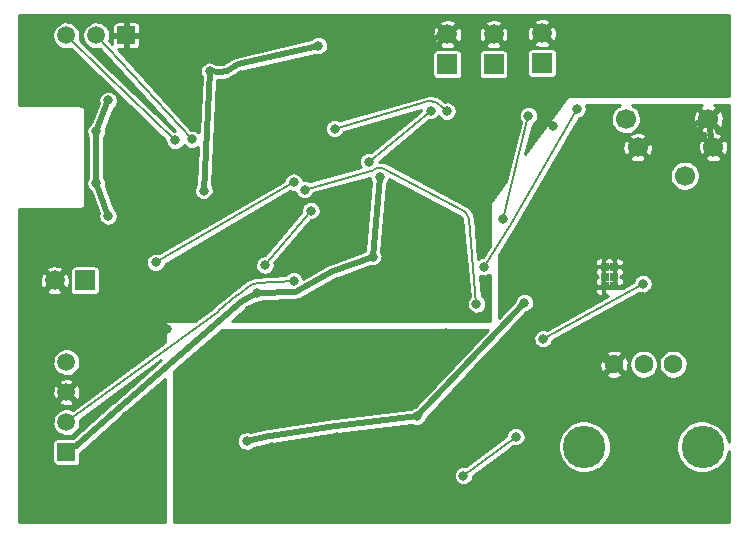
<source format=gbl>
G04 #@! TF.FileFunction,Copper,L2,Bot,Signal*
%FSLAX46Y46*%
G04 Gerber Fmt 4.6, Leading zero omitted, Abs format (unit mm)*
G04 Created by KiCad (PCBNEW 4.0.0-rc1-stable) date 26.11.2015 18:28:28*
%MOMM*%
G01*
G04 APERTURE LIST*
%ADD10C,0.100000*%
%ADD11R,0.800000X0.800000*%
%ADD12C,3.600000*%
%ADD13C,1.600000*%
%ADD14C,1.699260*%
%ADD15R,1.500000X1.500000*%
%ADD16C,1.500000*%
%ADD17R,1.676400X1.676400*%
%ADD18C,1.676400*%
%ADD19C,0.800000*%
%ADD20C,0.500000*%
%ADD21C,0.200000*%
%ADD22C,0.254000*%
G04 APERTURE END LIST*
D10*
D11*
X155900000Y-101150000D03*
X155100000Y-101150000D03*
X155900000Y-101950000D03*
X155100000Y-101950000D03*
X155900000Y-100350000D03*
X155100000Y-100350000D03*
D12*
X163400000Y-115550000D03*
X153400000Y-115550000D03*
D13*
X160900000Y-108550000D03*
X158400000Y-108550000D03*
X155900000Y-108550000D03*
D14*
X164299140Y-90200000D03*
X163900360Y-87799700D03*
X161898840Y-92600300D03*
X156900120Y-87799700D03*
X157900880Y-90200000D03*
D15*
X109537800Y-116006000D03*
D16*
X109537800Y-113466000D03*
X109537800Y-110926000D03*
X109537800Y-108386000D03*
D15*
X114615900Y-80721500D03*
D16*
X112075900Y-80721500D03*
X109535900Y-80721500D03*
D17*
X111101800Y-101469500D03*
D18*
X108561800Y-101469500D03*
D17*
X145700000Y-83170000D03*
D18*
X145700000Y-80630000D03*
D17*
X149800000Y-83070000D03*
D18*
X149800000Y-80530000D03*
D17*
X141800000Y-83170000D03*
D18*
X141800000Y-80630000D03*
D19*
X113068300Y-86223600D03*
X113060900Y-96000200D03*
X112060700Y-93250100D03*
X112060700Y-88849900D03*
X142788400Y-96333700D03*
X140697600Y-99272900D03*
X127736100Y-84186000D03*
X124309700Y-84100700D03*
X129278500Y-86175200D03*
X128631700Y-90518500D03*
X118698000Y-93614400D03*
X120444000Y-95971700D03*
X123630800Y-92119800D03*
X117921500Y-83007600D03*
X122642100Y-82877800D03*
X143012000Y-91299600D03*
X132416800Y-101567900D03*
X125022800Y-103970600D03*
X116491600Y-83934700D03*
X122979600Y-86565000D03*
X117076100Y-90305800D03*
X133266900Y-86798800D03*
X138293600Y-81830500D03*
X153549100Y-82648800D03*
X160387800Y-83642500D03*
X164187100Y-82298100D03*
X145190700Y-88727700D03*
X150743500Y-88377000D03*
X140339300Y-90831900D03*
X136306300Y-88610800D03*
X132799200Y-96969200D03*
X122395100Y-98664200D03*
X121869000Y-103457200D03*
X130110500Y-104509300D03*
X112224700Y-98956500D03*
X106204300Y-99190300D03*
X118056800Y-105566300D03*
X107590400Y-83527200D03*
X113451900Y-83450000D03*
X113654600Y-107988500D03*
X114590800Y-112962500D03*
X117185900Y-118050900D03*
X110113000Y-118966800D03*
X121680800Y-83758600D03*
X130869700Y-81583000D03*
X121181600Y-93855300D03*
X124378600Y-117953700D03*
X126950500Y-115544600D03*
X132452700Y-114724000D03*
X146485400Y-114342500D03*
X146673200Y-111828200D03*
X149933400Y-108893300D03*
X148768200Y-102348500D03*
X153997600Y-103050100D03*
X128331900Y-109609200D03*
X127861800Y-111621900D03*
X153687700Y-90238600D03*
X151404900Y-93260000D03*
X149524900Y-96684300D03*
X159059000Y-94737100D03*
X164094700Y-94737100D03*
X164833200Y-99101400D03*
X162483300Y-105278400D03*
X157514800Y-105211300D03*
X153083400Y-107359800D03*
X164094700Y-108971200D03*
X162147600Y-112664000D03*
X158521900Y-117095400D03*
X154493400Y-111656900D03*
X155030500Y-119579600D03*
X149122000Y-120049600D03*
X149904300Y-115023300D03*
X141216100Y-119940200D03*
X142034400Y-116374700D03*
X137299900Y-110938800D03*
X134085200Y-107840900D03*
X141683700Y-105912100D03*
X123856300Y-109769800D03*
X122979600Y-112517000D03*
X125083800Y-119297200D03*
X134377400Y-119180300D03*
X137640100Y-115128100D03*
X139206000Y-112986300D03*
X124797000Y-115072500D03*
X148317200Y-103351900D03*
X136055900Y-92727500D03*
X135477400Y-99447800D03*
X125643400Y-102519500D03*
X143149100Y-117987600D03*
X147587200Y-114689000D03*
X158358000Y-101747800D03*
X149905000Y-106391600D03*
X126342100Y-100159800D03*
X130236200Y-95547800D03*
X132260800Y-88605500D03*
X141758900Y-87141300D03*
X128771400Y-93153200D03*
X117112600Y-99931500D03*
X129702900Y-93769000D03*
X144257200Y-103453000D03*
X120162600Y-89523500D03*
X118751700Y-89619200D03*
X128788800Y-101474500D03*
X146481400Y-96275000D03*
X148658900Y-87530400D03*
X135133400Y-91405500D03*
X140392600Y-87085300D03*
X144885700Y-100306600D03*
X152766100Y-86942100D03*
D20*
X112060700Y-88849900D02*
X112060700Y-93250100D01*
X112060700Y-93250100D02*
X113060900Y-96000200D01*
X113068300Y-86223600D02*
X112060700Y-88849900D01*
X122395100Y-98664200D02*
X121869000Y-103457200D01*
X113654600Y-107988500D02*
X108561800Y-101469500D01*
X145190700Y-88727700D02*
X143012000Y-91299600D01*
X125022800Y-103970600D02*
X130110500Y-104509300D01*
X138293600Y-81830500D02*
X141800000Y-80630000D01*
X164187100Y-82298100D02*
X160387800Y-83642500D01*
X117076100Y-90305800D02*
X118698000Y-93614400D01*
X110003800Y-100146400D02*
X112224700Y-98956500D01*
X109913800Y-100205200D02*
X109887900Y-100229500D01*
X109972400Y-100163200D02*
X109913800Y-100205200D01*
X110003800Y-100146400D02*
X109972400Y-100163200D01*
X108561800Y-101469500D02*
X109887900Y-100229500D01*
X116491600Y-83934700D02*
X117921500Y-83007600D01*
X132416800Y-101567900D02*
X130110500Y-104509300D01*
X143163800Y-82169400D02*
X145190700Y-88727700D01*
X143082900Y-82001900D02*
X143040000Y-81956100D01*
X143145300Y-82109500D02*
X143082900Y-82001900D01*
X143163800Y-82169400D02*
X143145300Y-82109500D01*
X141800000Y-80630000D02*
X143040000Y-81956100D01*
X121751700Y-82811200D02*
X122642100Y-82877800D01*
X121660600Y-82808300D02*
X121630200Y-82809800D01*
X121721900Y-82809000D02*
X121660600Y-82808300D01*
X121751700Y-82811200D02*
X121721900Y-82809000D01*
X117921500Y-83007600D02*
X121630200Y-82809800D01*
X121948000Y-94416800D02*
X123630800Y-92119800D01*
X121928700Y-94443100D02*
X121948000Y-94416800D01*
X121884800Y-94495100D02*
X121928700Y-94443100D01*
X121861600Y-94518800D02*
X121884800Y-94495100D01*
X120444000Y-95971700D02*
X121861600Y-94518800D01*
X118698000Y-93614400D02*
X120444000Y-95971700D01*
X129278500Y-86175200D02*
X128631700Y-90518500D01*
X127736100Y-84186000D02*
X124309700Y-84100700D01*
X142788400Y-96333700D02*
X140697600Y-99272900D01*
X121181600Y-93855300D02*
X121680800Y-83758600D01*
X124092300Y-83175800D02*
X130869700Y-81583000D01*
X123888600Y-83246000D02*
X123827300Y-83282200D01*
X124022700Y-83192100D02*
X123888600Y-83246000D01*
X124092300Y-83175800D02*
X124022700Y-83192100D01*
X123124500Y-83696300D02*
X123827300Y-83282200D01*
X122999300Y-83770000D02*
X123124500Y-83696300D01*
X122716200Y-83836000D02*
X122999300Y-83770000D01*
X122571200Y-83825200D02*
X122716200Y-83836000D01*
X121680800Y-83758600D02*
X122571200Y-83825200D01*
X148768200Y-102348500D02*
X149895600Y-103724200D01*
X153083400Y-107359800D02*
X155900000Y-108550000D01*
X122979600Y-112517000D02*
X124378600Y-117953700D01*
X123856300Y-109769800D02*
X122979600Y-112517000D01*
X124378600Y-117953700D02*
X125083800Y-119297200D01*
X149933400Y-108893300D02*
X149118500Y-108651100D01*
X137640100Y-115128100D02*
X146485400Y-114342500D01*
X134377400Y-119180300D02*
X137640100Y-115128100D01*
X141683700Y-105912100D02*
X137299900Y-110938800D01*
X141216100Y-119940200D02*
X142034400Y-116374700D01*
X147428900Y-113752200D02*
X147140600Y-113800900D01*
X147601600Y-113723000D02*
X147428900Y-113752200D01*
X147945200Y-113791700D02*
X147601600Y-113723000D01*
X148092800Y-113884600D02*
X147945200Y-113791700D01*
X149904300Y-115023300D02*
X148092800Y-113884600D01*
X149122000Y-120049600D02*
X149904300Y-115023300D01*
X155030500Y-119579600D02*
X149122000Y-120049600D01*
X162147600Y-112664000D02*
X158521900Y-117095400D01*
X162483300Y-105278400D02*
X164094700Y-108971200D01*
X157514800Y-105211300D02*
X153083400Y-107359800D01*
X164094700Y-94737100D02*
X164833200Y-99101400D01*
X128331900Y-109609200D02*
X127861800Y-111621900D01*
X157900900Y-90200000D02*
X163900400Y-87799700D01*
X153997600Y-103050100D02*
X149895600Y-103724200D01*
X163900400Y-87799700D02*
X164299100Y-90200000D01*
X149016000Y-106056300D02*
X149895600Y-103724200D01*
X148949800Y-106358800D02*
X148957500Y-106461300D01*
X148979500Y-106152900D02*
X148949800Y-106358800D01*
X149016000Y-106056300D02*
X148979500Y-106152900D01*
X149118500Y-108651100D02*
X148957500Y-106461300D01*
X149933400Y-108893300D02*
X153083400Y-107359800D01*
X149118500Y-108651100D02*
X146673200Y-111828200D01*
X146673200Y-111828200D02*
X147140600Y-113800900D01*
X132452700Y-114724000D02*
X137640100Y-115128100D01*
X126950500Y-115544600D02*
X132452700Y-114724000D01*
X124378600Y-117953700D02*
X126950500Y-115544600D01*
X146485400Y-114342500D02*
X147140600Y-113800900D01*
X139206000Y-112986300D02*
X148317200Y-103351900D01*
X126734100Y-114619500D02*
X124797000Y-115072500D01*
X126753300Y-114615000D02*
X126734100Y-114619500D01*
X126790700Y-114607800D02*
X126753300Y-114615000D01*
X126810400Y-114604900D02*
X126790700Y-114607800D01*
X132312600Y-113784300D02*
X126810400Y-114604900D01*
X132343500Y-113780200D02*
X132312600Y-113784300D01*
X139206000Y-112986300D02*
X132343500Y-113780200D01*
X110037800Y-115506000D02*
X109537800Y-116006000D01*
X110287800Y-115506000D02*
X110037800Y-115506000D01*
X110421400Y-115472400D02*
X110456100Y-115440900D01*
X110334600Y-115506000D02*
X110421400Y-115472400D01*
X110287800Y-115506000D02*
X110334600Y-115506000D01*
X113951300Y-112259800D02*
X110456100Y-115440900D01*
X113970500Y-112242800D02*
X113951300Y-112259800D01*
X124402500Y-103250900D02*
X113970500Y-112242800D01*
X124436800Y-103221400D02*
X124402500Y-103250900D01*
X124511300Y-103168700D02*
X124436800Y-103221400D01*
X124550200Y-103146400D02*
X124511300Y-103168700D01*
X125643400Y-102519500D02*
X124550200Y-103146400D01*
X128817300Y-102424200D02*
X125643400Y-102519500D01*
X129163200Y-102355700D02*
X129265300Y-102296500D01*
X128935600Y-102420600D02*
X129163200Y-102355700D01*
X128817300Y-102424200D02*
X128935600Y-102420600D01*
X131940300Y-100745900D02*
X129265300Y-102296500D01*
X131977300Y-100724500D02*
X131940300Y-100745900D01*
X132054000Y-100688800D02*
X131977300Y-100724500D01*
X132093000Y-100674700D02*
X132054000Y-100688800D01*
X135477400Y-99447800D02*
X132093000Y-100674700D01*
X136055900Y-92727500D02*
X135477400Y-99447800D01*
D21*
X143149100Y-117987600D02*
X147587200Y-114689000D01*
X158358000Y-101747800D02*
X149905000Y-106391600D01*
X126342100Y-100159800D02*
X130236200Y-95547800D01*
X140886900Y-86456200D02*
X141758900Y-87141300D01*
X140356100Y-86263100D02*
X140170200Y-86316700D01*
X140734700Y-86336700D02*
X140356100Y-86263100D01*
X140886900Y-86456200D02*
X140734700Y-86336700D01*
X132260800Y-88605500D02*
X140170200Y-86316700D01*
X128771400Y-93153200D02*
X117112600Y-99931500D01*
X143585000Y-96259300D02*
X144257200Y-103453000D01*
X143343300Y-95723200D02*
X143166200Y-95628400D01*
X143566400Y-96059200D02*
X143343300Y-95723200D01*
X143585000Y-96259300D02*
X143566400Y-96059200D01*
X136433700Y-92022200D02*
X143166200Y-95628400D01*
X135857400Y-91927000D02*
X135680800Y-92020800D01*
X136257900Y-91927900D02*
X135857400Y-91927000D01*
X136433700Y-92022200D02*
X136257900Y-91927900D01*
X135508500Y-92112200D02*
X135680800Y-92020800D01*
X135470200Y-92132500D02*
X135508500Y-92112200D01*
X135391100Y-92164100D02*
X135470200Y-92132500D01*
X135350700Y-92175500D02*
X135391100Y-92164100D01*
X129702900Y-93769000D02*
X135350700Y-92175500D01*
X120162600Y-89523500D02*
X112075900Y-80721500D01*
X112890900Y-84020500D02*
X109535900Y-80721500D01*
X112890900Y-84020500D02*
X112899200Y-84028500D01*
X118751700Y-89619200D02*
X112899200Y-84028500D01*
X122341300Y-104103000D02*
X109537800Y-113466000D01*
X122341300Y-104103000D02*
X122377400Y-104075000D01*
X124006100Y-102734900D02*
X122377400Y-104075000D01*
X124073600Y-102682300D02*
X124006100Y-102734900D01*
X125168800Y-101875400D02*
X124073600Y-102682300D01*
X125259000Y-101808900D02*
X125168800Y-101875400D01*
X125469800Y-101730500D02*
X125259000Y-101808900D01*
X125581900Y-101721800D02*
X125469800Y-101730500D01*
X128788800Y-101474500D02*
X125581900Y-101721800D01*
X146481400Y-96275000D02*
X148658900Y-87530400D01*
X135133400Y-91405500D02*
X140392600Y-87085300D01*
X147175200Y-96673600D02*
X152766100Y-86942100D01*
X147158200Y-96701700D02*
X147175200Y-96673600D01*
X144885700Y-100306600D02*
X147158200Y-96701700D01*
D22*
G36*
X165598000Y-85873000D02*
X152000000Y-85873000D01*
X151964619Y-85878028D01*
X151932039Y-85892714D01*
X151897044Y-85925643D01*
X148393695Y-90776434D01*
X149015550Y-88279133D01*
X149033580Y-88272140D01*
X149170515Y-88185238D01*
X149287964Y-88073393D01*
X149381451Y-87940866D01*
X149447417Y-87792705D01*
X149483348Y-87634552D01*
X149485935Y-87449309D01*
X149454433Y-87290214D01*
X149392630Y-87140269D01*
X149302880Y-87005183D01*
X149188600Y-86890103D01*
X149054144Y-86799411D01*
X148904634Y-86736563D01*
X148745763Y-86703951D01*
X148583584Y-86702819D01*
X148424274Y-86733209D01*
X148273901Y-86793964D01*
X148138192Y-86882769D01*
X148022316Y-86996243D01*
X147930688Y-87130062D01*
X147866798Y-87279130D01*
X147833078Y-87437769D01*
X147830813Y-87599936D01*
X147860091Y-87759455D01*
X147919794Y-87910249D01*
X147992953Y-88023769D01*
X146735943Y-93071783D01*
X145397044Y-94925643D01*
X145380404Y-94957269D01*
X145373000Y-95000000D01*
X145373000Y-98545356D01*
X144780878Y-99484647D01*
X144651074Y-99509409D01*
X144500701Y-99570164D01*
X144428111Y-99617665D01*
X144109714Y-96210269D01*
X144091138Y-96010424D01*
X144086717Y-95987489D01*
X144084769Y-95964214D01*
X144077006Y-95937113D01*
X144071670Y-95909430D01*
X144062877Y-95887786D01*
X144056447Y-95865337D01*
X144043567Y-95840257D01*
X144032957Y-95814142D01*
X144020133Y-95794627D01*
X144009460Y-95773845D01*
X144005432Y-95767687D01*
X143782333Y-95431688D01*
X143767624Y-95413642D01*
X143754930Y-95394126D01*
X143735208Y-95373874D01*
X143717349Y-95351964D01*
X143699417Y-95337121D01*
X143683173Y-95320440D01*
X143659892Y-95304404D01*
X143638119Y-95286381D01*
X143617645Y-95275304D01*
X143598471Y-95262096D01*
X143592008Y-95258578D01*
X143414908Y-95163778D01*
X143414904Y-95163776D01*
X136682534Y-91557646D01*
X136507010Y-91463494D01*
X136486263Y-91454854D01*
X136466595Y-91443984D01*
X136438901Y-91435130D01*
X136412061Y-91423953D01*
X136390033Y-91419507D01*
X136368627Y-91412664D01*
X136339746Y-91409359D01*
X136311242Y-91403606D01*
X136288767Y-91403524D01*
X136266442Y-91400969D01*
X136259084Y-91400901D01*
X135970034Y-91400251D01*
X140234360Y-87897297D01*
X140294206Y-87910455D01*
X140456354Y-87913852D01*
X140616073Y-87885689D01*
X140767280Y-87827040D01*
X140904215Y-87740138D01*
X141021664Y-87628293D01*
X141056771Y-87578526D01*
X141107650Y-87657474D01*
X141220312Y-87774139D01*
X141353488Y-87866699D01*
X141502107Y-87931629D01*
X141660506Y-87966455D01*
X141822654Y-87969852D01*
X141982373Y-87941689D01*
X142133580Y-87883040D01*
X142270515Y-87796138D01*
X142387964Y-87684293D01*
X142481451Y-87551766D01*
X142547417Y-87403605D01*
X142583348Y-87245452D01*
X142585935Y-87060209D01*
X142554433Y-86901114D01*
X142492630Y-86751169D01*
X142402880Y-86616083D01*
X142288600Y-86501003D01*
X142154144Y-86410311D01*
X142004634Y-86347463D01*
X141845763Y-86314851D01*
X141683584Y-86313719D01*
X141583001Y-86332906D01*
X141212479Y-86041800D01*
X141212466Y-86041791D01*
X141212347Y-86041697D01*
X141060148Y-85922197D01*
X141044855Y-85912441D01*
X141030926Y-85900835D01*
X141001602Y-85884846D01*
X140973438Y-85866878D01*
X140956548Y-85860280D01*
X140940625Y-85851598D01*
X140908752Y-85841609D01*
X140877637Y-85829454D01*
X140859783Y-85826262D01*
X140842480Y-85820839D01*
X140835267Y-85819385D01*
X140456666Y-85745784D01*
X140438842Y-85744099D01*
X140421387Y-85740160D01*
X140387767Y-85739270D01*
X140354270Y-85736103D01*
X140336461Y-85737912D01*
X140318570Y-85737438D01*
X140285408Y-85743097D01*
X140251945Y-85746495D01*
X140234834Y-85751726D01*
X140217183Y-85754738D01*
X140210099Y-85756728D01*
X140024199Y-85810328D01*
X140024168Y-85810340D01*
X140023708Y-85810470D01*
X132726584Y-87922091D01*
X132656044Y-87874511D01*
X132506534Y-87811663D01*
X132347663Y-87779051D01*
X132185484Y-87777919D01*
X132026174Y-87808309D01*
X131875801Y-87869064D01*
X131740092Y-87957869D01*
X131624216Y-88071343D01*
X131532588Y-88205162D01*
X131468698Y-88354230D01*
X131434978Y-88512869D01*
X131432713Y-88675036D01*
X131461991Y-88834555D01*
X131521694Y-88985349D01*
X131609550Y-89121674D01*
X131722212Y-89238339D01*
X131855388Y-89330899D01*
X132004007Y-89395829D01*
X132162406Y-89430655D01*
X132324554Y-89434052D01*
X132484273Y-89405889D01*
X132635480Y-89347240D01*
X132772415Y-89260338D01*
X132889864Y-89148493D01*
X132983351Y-89015966D01*
X133019604Y-88934541D01*
X139566115Y-87040130D01*
X139565521Y-87082700D01*
X135291446Y-90593663D01*
X135220263Y-90579051D01*
X135058084Y-90577919D01*
X134898774Y-90608309D01*
X134748401Y-90669064D01*
X134612692Y-90757869D01*
X134496816Y-90871343D01*
X134405188Y-91005162D01*
X134341298Y-91154230D01*
X134307578Y-91312869D01*
X134305313Y-91475036D01*
X134334591Y-91634555D01*
X134394294Y-91785349D01*
X134455598Y-91880474D01*
X130173299Y-93088704D01*
X130098144Y-93038011D01*
X129948634Y-92975163D01*
X129789763Y-92942551D01*
X129627584Y-92941419D01*
X129574560Y-92951534D01*
X129566933Y-92913014D01*
X129505130Y-92763069D01*
X129415380Y-92627983D01*
X129301100Y-92512903D01*
X129166644Y-92422211D01*
X129017134Y-92359363D01*
X128858263Y-92326751D01*
X128696084Y-92325619D01*
X128536774Y-92356009D01*
X128386401Y-92416764D01*
X128250692Y-92505569D01*
X128134816Y-92619043D01*
X128043188Y-92752862D01*
X127979298Y-92901930D01*
X127954513Y-93018535D01*
X117399637Y-99155025D01*
X117358334Y-99137663D01*
X117199463Y-99105051D01*
X117037284Y-99103919D01*
X116877974Y-99134309D01*
X116727601Y-99195064D01*
X116591892Y-99283869D01*
X116476016Y-99397343D01*
X116384388Y-99531162D01*
X116320498Y-99680230D01*
X116286778Y-99838869D01*
X116284513Y-100001036D01*
X116313791Y-100160555D01*
X116373494Y-100311349D01*
X116461350Y-100447674D01*
X116574012Y-100564339D01*
X116707188Y-100656899D01*
X116855807Y-100721829D01*
X117014206Y-100756655D01*
X117176354Y-100760052D01*
X117336073Y-100731889D01*
X117487280Y-100673240D01*
X117624215Y-100586338D01*
X117741664Y-100474493D01*
X117835151Y-100341966D01*
X117885297Y-100229336D01*
X125514013Y-100229336D01*
X125543291Y-100388855D01*
X125602994Y-100539649D01*
X125690850Y-100675974D01*
X125803512Y-100792639D01*
X125936688Y-100885199D01*
X126085307Y-100950129D01*
X126243706Y-100984955D01*
X126405854Y-100988352D01*
X126565573Y-100960189D01*
X126716780Y-100901540D01*
X126853715Y-100814638D01*
X126971164Y-100702793D01*
X127064651Y-100570266D01*
X127130617Y-100422105D01*
X127166548Y-100263952D01*
X127169135Y-100078709D01*
X127156058Y-100012667D01*
X130227628Y-96374837D01*
X130299954Y-96376352D01*
X130459673Y-96348189D01*
X130610880Y-96289540D01*
X130747815Y-96202638D01*
X130865264Y-96090793D01*
X130958751Y-95958266D01*
X131024717Y-95810105D01*
X131060648Y-95651952D01*
X131063235Y-95466709D01*
X131031733Y-95307614D01*
X130969930Y-95157669D01*
X130880180Y-95022583D01*
X130765900Y-94907503D01*
X130631444Y-94816811D01*
X130481934Y-94753963D01*
X130323063Y-94721351D01*
X130160884Y-94720219D01*
X130001574Y-94750609D01*
X129851201Y-94811364D01*
X129715492Y-94900169D01*
X129599616Y-95013643D01*
X129507988Y-95147462D01*
X129444098Y-95296530D01*
X129410378Y-95455169D01*
X129408113Y-95617336D01*
X129422335Y-95694823D01*
X126350638Y-99332804D01*
X126266784Y-99332219D01*
X126107474Y-99362609D01*
X125957101Y-99423364D01*
X125821392Y-99512169D01*
X125705516Y-99625643D01*
X125613888Y-99759462D01*
X125549998Y-99908530D01*
X125516278Y-100067169D01*
X125514013Y-100229336D01*
X117885297Y-100229336D01*
X117901117Y-100193805D01*
X117930211Y-100065744D01*
X128483733Y-93930040D01*
X128514607Y-93943529D01*
X128673006Y-93978355D01*
X128835154Y-93981752D01*
X128899031Y-93970489D01*
X128904091Y-93998055D01*
X128963794Y-94148849D01*
X129051650Y-94285174D01*
X129164312Y-94401839D01*
X129297488Y-94494399D01*
X129446107Y-94559329D01*
X129604506Y-94594155D01*
X129766654Y-94597552D01*
X129926373Y-94569389D01*
X130077580Y-94510740D01*
X130214515Y-94423838D01*
X130331964Y-94311993D01*
X130425451Y-94179466D01*
X130459443Y-94103120D01*
X135228364Y-92757592D01*
X135227813Y-92797036D01*
X135257091Y-92956555D01*
X135316794Y-93107349D01*
X135340527Y-93144176D01*
X134844159Y-98910369D01*
X134840816Y-98913643D01*
X134799997Y-98973257D01*
X131862427Y-100038174D01*
X131823820Y-100052132D01*
X131800939Y-100063034D01*
X131776917Y-100071100D01*
X131768320Y-100075028D01*
X131691620Y-100110728D01*
X131669787Y-100123619D01*
X131646563Y-100133787D01*
X131638348Y-100138462D01*
X131601348Y-100159862D01*
X131601315Y-100159886D01*
X131600785Y-100160188D01*
X129601160Y-101319297D01*
X129584333Y-101234314D01*
X129522530Y-101084369D01*
X129432780Y-100949283D01*
X129318500Y-100834203D01*
X129184044Y-100743511D01*
X129034534Y-100680663D01*
X128875663Y-100648051D01*
X128713484Y-100646919D01*
X128554174Y-100677309D01*
X128403801Y-100738064D01*
X128268092Y-100826869D01*
X128152216Y-100940343D01*
X128112687Y-100998074D01*
X125541381Y-101196360D01*
X125541365Y-101196363D01*
X125541122Y-101196380D01*
X125429023Y-101205080D01*
X125411042Y-101208263D01*
X125392805Y-101209155D01*
X125360516Y-101217206D01*
X125327744Y-101223007D01*
X125310724Y-101229622D01*
X125293008Y-101234039D01*
X125286094Y-101236556D01*
X125075294Y-101314956D01*
X125058739Y-101323031D01*
X125041298Y-101328968D01*
X125012616Y-101345527D01*
X124982851Y-101360045D01*
X124968178Y-101371183D01*
X124952225Y-101380393D01*
X124946272Y-101384718D01*
X124856225Y-101451105D01*
X124856206Y-101451119D01*
X123761007Y-102258019D01*
X123758448Y-102260322D01*
X123755505Y-102262127D01*
X123749670Y-102266610D01*
X123682170Y-102319210D01*
X123679763Y-102321496D01*
X123676972Y-102323312D01*
X123671258Y-102327948D01*
X122048408Y-103663235D01*
X122024201Y-103682010D01*
X120395573Y-104873000D01*
X118000000Y-104873000D01*
X117964619Y-104878028D01*
X117932039Y-104892714D01*
X117904840Y-104915895D01*
X117885177Y-104945736D01*
X117874605Y-104979873D01*
X117873000Y-105000000D01*
X117873000Y-106717718D01*
X110079578Y-112416926D01*
X109887532Y-112336197D01*
X109661425Y-112289784D01*
X109430609Y-112288173D01*
X109203876Y-112331424D01*
X108989862Y-112417891D01*
X108796719Y-112544281D01*
X108631803Y-112705778D01*
X108501396Y-112896232D01*
X108410466Y-113108389D01*
X108362476Y-113334166D01*
X108359253Y-113564965D01*
X108400921Y-113791995D01*
X108485892Y-114006607D01*
X108610930Y-114200628D01*
X108771272Y-114366668D01*
X108960811Y-114498401D01*
X109172327Y-114590810D01*
X109397764Y-114640375D01*
X109628535Y-114645209D01*
X109855850Y-114605128D01*
X110071051Y-114521657D01*
X110265940Y-114397976D01*
X110433094Y-114238797D01*
X110566147Y-114050183D01*
X110660031Y-113839317D01*
X110711169Y-113614231D01*
X110714850Y-113350589D01*
X110698857Y-113269818D01*
X117580378Y-108237468D01*
X113528494Y-111730004D01*
X113528470Y-111730030D01*
X113521709Y-111735931D01*
X113502510Y-111752931D01*
X113502501Y-111752941D01*
X113495615Y-111759120D01*
X110124888Y-114826934D01*
X108787800Y-114826934D01*
X108719802Y-114832356D01*
X108604470Y-114868073D01*
X108503654Y-114934506D01*
X108425337Y-115026395D01*
X108375721Y-115136465D01*
X108358734Y-115256000D01*
X108358734Y-116756000D01*
X108364156Y-116823998D01*
X108399873Y-116939330D01*
X108466306Y-117040146D01*
X108558195Y-117118463D01*
X108668265Y-117168079D01*
X108787800Y-117185066D01*
X110287800Y-117185066D01*
X110355798Y-117179644D01*
X110471130Y-117143927D01*
X110571946Y-117077494D01*
X110650263Y-116985605D01*
X110699879Y-116875535D01*
X110716866Y-116756000D01*
X110716866Y-116078142D01*
X110762277Y-116057320D01*
X110772503Y-116049936D01*
X110783768Y-116044255D01*
X110825991Y-116011313D01*
X110869397Y-115979970D01*
X110876440Y-115973666D01*
X110911140Y-115942166D01*
X110911179Y-115942123D01*
X110911785Y-115941579D01*
X114403581Y-112763578D01*
X114415901Y-112752669D01*
X117873000Y-109772810D01*
X117873000Y-121898000D01*
X105552000Y-121898000D01*
X105552000Y-111771292D01*
X108872113Y-111771292D01*
X108949395Y-111951936D01*
X109160851Y-112047015D01*
X109386792Y-112099014D01*
X109618538Y-112105936D01*
X109847180Y-112067512D01*
X110063933Y-111985221D01*
X110126205Y-111951936D01*
X110203487Y-111771292D01*
X109537800Y-111105605D01*
X108872113Y-111771292D01*
X105552000Y-111771292D01*
X105552000Y-111006738D01*
X108357864Y-111006738D01*
X108396288Y-111235380D01*
X108478579Y-111452133D01*
X108511864Y-111514405D01*
X108692508Y-111591687D01*
X109358195Y-110926000D01*
X109717405Y-110926000D01*
X110383092Y-111591687D01*
X110563736Y-111514405D01*
X110658815Y-111302949D01*
X110710814Y-111077008D01*
X110717736Y-110845262D01*
X110679312Y-110616620D01*
X110597021Y-110399867D01*
X110563736Y-110337595D01*
X110383092Y-110260313D01*
X109717405Y-110926000D01*
X109358195Y-110926000D01*
X108692508Y-110260313D01*
X108511864Y-110337595D01*
X108416785Y-110549051D01*
X108364786Y-110774992D01*
X108357864Y-111006738D01*
X105552000Y-111006738D01*
X105552000Y-110080708D01*
X108872113Y-110080708D01*
X109537800Y-110746395D01*
X110203487Y-110080708D01*
X110126205Y-109900064D01*
X109914749Y-109804985D01*
X109688808Y-109752986D01*
X109457062Y-109746064D01*
X109228420Y-109784488D01*
X109011667Y-109866779D01*
X108949395Y-109900064D01*
X108872113Y-110080708D01*
X105552000Y-110080708D01*
X105552000Y-108484965D01*
X108359253Y-108484965D01*
X108400921Y-108711995D01*
X108485892Y-108926607D01*
X108610930Y-109120628D01*
X108771272Y-109286668D01*
X108960811Y-109418401D01*
X109172327Y-109510810D01*
X109397764Y-109560375D01*
X109628535Y-109565209D01*
X109855850Y-109525128D01*
X110071051Y-109441657D01*
X110265940Y-109317976D01*
X110433094Y-109158797D01*
X110566147Y-108970183D01*
X110660031Y-108759317D01*
X110711169Y-108534231D01*
X110714850Y-108270589D01*
X110670017Y-108044164D01*
X110582058Y-107830758D01*
X110454323Y-107638502D01*
X110291678Y-107474718D01*
X110100318Y-107345644D01*
X109887532Y-107256197D01*
X109661425Y-107209784D01*
X109430609Y-107208173D01*
X109203876Y-107251424D01*
X108989862Y-107337891D01*
X108796719Y-107464281D01*
X108631803Y-107625778D01*
X108501396Y-107816232D01*
X108410466Y-108028389D01*
X108362476Y-108254166D01*
X108359253Y-108484965D01*
X105552000Y-108484965D01*
X105552000Y-102377868D01*
X107833037Y-102377868D01*
X107921018Y-102567525D01*
X108147545Y-102671437D01*
X108389991Y-102729159D01*
X108639039Y-102738473D01*
X108885120Y-102699021D01*
X109118775Y-102612320D01*
X109202582Y-102567525D01*
X109290563Y-102377868D01*
X108561800Y-101649105D01*
X107833037Y-102377868D01*
X105552000Y-102377868D01*
X105552000Y-101546739D01*
X107292827Y-101546739D01*
X107332279Y-101792820D01*
X107418980Y-102026475D01*
X107463775Y-102110282D01*
X107653432Y-102198263D01*
X108382195Y-101469500D01*
X108741405Y-101469500D01*
X109470168Y-102198263D01*
X109659825Y-102110282D01*
X109763737Y-101883755D01*
X109821459Y-101641309D01*
X109830773Y-101392261D01*
X109791321Y-101146180D01*
X109704620Y-100912525D01*
X109659825Y-100828718D01*
X109470168Y-100740737D01*
X108741405Y-101469500D01*
X108382195Y-101469500D01*
X107653432Y-100740737D01*
X107463775Y-100828718D01*
X107359863Y-101055245D01*
X107302141Y-101297691D01*
X107292827Y-101546739D01*
X105552000Y-101546739D01*
X105552000Y-100561132D01*
X107833037Y-100561132D01*
X108561800Y-101289895D01*
X109220395Y-100631300D01*
X109834534Y-100631300D01*
X109834534Y-102307700D01*
X109839956Y-102375698D01*
X109875673Y-102491030D01*
X109942106Y-102591846D01*
X110033995Y-102670163D01*
X110144065Y-102719779D01*
X110263600Y-102736766D01*
X111940000Y-102736766D01*
X112007998Y-102731344D01*
X112123330Y-102695627D01*
X112224146Y-102629194D01*
X112302463Y-102537305D01*
X112352079Y-102427235D01*
X112369066Y-102307700D01*
X112369066Y-100631300D01*
X112363644Y-100563302D01*
X112327927Y-100447970D01*
X112261494Y-100347154D01*
X112169605Y-100268837D01*
X112059535Y-100219221D01*
X111940000Y-100202234D01*
X110263600Y-100202234D01*
X110195602Y-100207656D01*
X110080270Y-100243373D01*
X109979454Y-100309806D01*
X109901137Y-100401695D01*
X109851521Y-100511765D01*
X109834534Y-100631300D01*
X109220395Y-100631300D01*
X109290563Y-100561132D01*
X109202582Y-100371475D01*
X108976055Y-100267563D01*
X108733609Y-100209841D01*
X108484561Y-100200527D01*
X108238480Y-100239979D01*
X108004825Y-100326680D01*
X107921018Y-100371475D01*
X107833037Y-100561132D01*
X105552000Y-100561132D01*
X105552000Y-95452000D01*
X110650000Y-95452000D01*
X110696990Y-95447392D01*
X110744065Y-95443108D01*
X110745755Y-95442611D01*
X110747506Y-95442439D01*
X110792724Y-95428787D01*
X110838053Y-95415446D01*
X110839613Y-95414630D01*
X110841297Y-95414122D01*
X110882957Y-95391971D01*
X110924877Y-95370056D01*
X110926251Y-95368951D01*
X110927803Y-95368126D01*
X110964407Y-95338273D01*
X111001231Y-95308665D01*
X111002361Y-95307318D01*
X111003726Y-95306205D01*
X111033871Y-95269766D01*
X111064207Y-95233613D01*
X111065054Y-95232073D01*
X111066177Y-95230715D01*
X111088649Y-95189153D01*
X111111406Y-95147759D01*
X111111939Y-95146080D01*
X111112775Y-95144533D01*
X111126741Y-95099415D01*
X111141030Y-95054372D01*
X111141226Y-95052624D01*
X111141747Y-95050941D01*
X111146690Y-95003914D01*
X111151951Y-94957009D01*
X111151975Y-94953632D01*
X111151988Y-94953505D01*
X111151976Y-94953377D01*
X111152000Y-94950000D01*
X111152000Y-88919436D01*
X111232613Y-88919436D01*
X111261891Y-89078955D01*
X111321594Y-89229749D01*
X111383700Y-89326118D01*
X111383700Y-92774969D01*
X111332488Y-92849762D01*
X111268598Y-92998830D01*
X111234878Y-93157469D01*
X111232613Y-93319636D01*
X111261891Y-93479155D01*
X111321594Y-93629949D01*
X111409450Y-93766274D01*
X111522112Y-93882939D01*
X111586837Y-93927924D01*
X112261543Y-95783062D01*
X112235078Y-95907569D01*
X112232813Y-96069736D01*
X112262091Y-96229255D01*
X112321794Y-96380049D01*
X112409650Y-96516374D01*
X112522312Y-96633039D01*
X112655488Y-96725599D01*
X112804107Y-96790529D01*
X112962506Y-96825355D01*
X113124654Y-96828752D01*
X113284373Y-96800589D01*
X113435580Y-96741940D01*
X113572515Y-96655038D01*
X113689964Y-96543193D01*
X113783451Y-96410666D01*
X113849417Y-96262505D01*
X113885348Y-96104352D01*
X113887935Y-95919109D01*
X113856433Y-95760014D01*
X113794630Y-95610069D01*
X113704880Y-95474983D01*
X113590600Y-95359903D01*
X113534698Y-95322196D01*
X112859701Y-93466259D01*
X112885148Y-93354252D01*
X112887735Y-93169009D01*
X112856233Y-93009914D01*
X112794430Y-92859969D01*
X112737700Y-92774583D01*
X112737700Y-89324939D01*
X112783251Y-89260366D01*
X112849217Y-89112205D01*
X112885148Y-88954052D01*
X112887735Y-88768809D01*
X112863631Y-88647075D01*
X113530038Y-86910091D01*
X113579915Y-86878438D01*
X113697364Y-86766593D01*
X113790851Y-86634066D01*
X113856817Y-86485905D01*
X113892748Y-86327752D01*
X113895335Y-86142509D01*
X113863833Y-85983414D01*
X113802030Y-85833469D01*
X113712280Y-85698383D01*
X113598000Y-85583303D01*
X113463544Y-85492611D01*
X113314034Y-85429763D01*
X113155163Y-85397151D01*
X112992984Y-85396019D01*
X112833674Y-85426409D01*
X112683301Y-85487164D01*
X112547592Y-85575969D01*
X112431716Y-85689443D01*
X112340088Y-85823262D01*
X112276198Y-85972330D01*
X112242478Y-86130969D01*
X112240213Y-86293136D01*
X112264901Y-86427645D01*
X111598823Y-88163771D01*
X111539992Y-88202269D01*
X111424116Y-88315743D01*
X111332488Y-88449562D01*
X111268598Y-88598630D01*
X111234878Y-88757269D01*
X111232613Y-88919436D01*
X111152000Y-88919436D01*
X111152000Y-87150000D01*
X111147392Y-87103010D01*
X111143108Y-87055935D01*
X111142611Y-87054245D01*
X111142439Y-87052494D01*
X111128787Y-87007276D01*
X111115446Y-86961947D01*
X111114630Y-86960387D01*
X111114122Y-86958703D01*
X111091971Y-86917043D01*
X111070056Y-86875123D01*
X111068951Y-86873749D01*
X111068126Y-86872197D01*
X111038273Y-86835593D01*
X111008665Y-86798769D01*
X111007318Y-86797639D01*
X111006205Y-86796274D01*
X110969766Y-86766129D01*
X110933613Y-86735793D01*
X110932073Y-86734946D01*
X110930715Y-86733823D01*
X110889153Y-86711351D01*
X110847759Y-86688594D01*
X110846080Y-86688061D01*
X110844533Y-86687225D01*
X110799415Y-86673259D01*
X110754372Y-86658970D01*
X110752624Y-86658774D01*
X110750941Y-86658253D01*
X110703914Y-86653310D01*
X110657009Y-86648049D01*
X110653632Y-86648025D01*
X110653505Y-86648012D01*
X110653377Y-86648024D01*
X110650000Y-86648000D01*
X105552000Y-86648000D01*
X105552000Y-80820465D01*
X108357353Y-80820465D01*
X108399021Y-81047495D01*
X108483992Y-81262107D01*
X108609030Y-81456128D01*
X108769372Y-81622168D01*
X108958911Y-81753901D01*
X109170427Y-81846310D01*
X109395864Y-81895875D01*
X109626635Y-81900709D01*
X109853950Y-81860628D01*
X109917610Y-81835936D01*
X112521404Y-84396268D01*
X112521485Y-84396333D01*
X112525175Y-84399940D01*
X112533475Y-84407940D01*
X112533563Y-84408010D01*
X112535175Y-84409571D01*
X117925429Y-89558702D01*
X117923613Y-89688736D01*
X117952891Y-89848255D01*
X118012594Y-89999049D01*
X118100450Y-90135374D01*
X118213112Y-90252039D01*
X118346288Y-90344599D01*
X118494907Y-90409529D01*
X118653306Y-90444355D01*
X118815454Y-90447752D01*
X118975173Y-90419589D01*
X119126380Y-90360940D01*
X119263315Y-90274038D01*
X119380764Y-90162193D01*
X119474251Y-90029666D01*
X119486774Y-90001539D01*
X119511350Y-90039674D01*
X119624012Y-90156339D01*
X119757188Y-90248899D01*
X119905807Y-90313829D01*
X120064206Y-90348655D01*
X120226354Y-90352052D01*
X120386073Y-90323889D01*
X120537280Y-90265240D01*
X120674215Y-90178338D01*
X120686130Y-90166991D01*
X120529028Y-93344492D01*
X120453388Y-93454962D01*
X120389498Y-93604030D01*
X120355778Y-93762669D01*
X120353513Y-93924836D01*
X120382791Y-94084355D01*
X120442494Y-94235149D01*
X120530350Y-94371474D01*
X120643012Y-94488139D01*
X120776188Y-94580699D01*
X120924807Y-94645629D01*
X121083206Y-94680455D01*
X121245354Y-94683852D01*
X121405073Y-94655689D01*
X121556280Y-94597040D01*
X121693215Y-94510138D01*
X121810664Y-94398293D01*
X121904151Y-94265766D01*
X121970117Y-94117605D01*
X122006048Y-93959452D01*
X122008635Y-93774209D01*
X121977133Y-93615114D01*
X121915330Y-93465169D01*
X121881252Y-93413877D01*
X122322687Y-84485503D01*
X122520703Y-84500314D01*
X122520714Y-84500314D01*
X122520914Y-84500330D01*
X122665915Y-84511130D01*
X122697737Y-84510386D01*
X122729470Y-84512870D01*
X122763618Y-84508844D01*
X122798006Y-84508040D01*
X122829086Y-84501127D01*
X122860689Y-84497401D01*
X122869909Y-84495320D01*
X123153010Y-84429320D01*
X123183032Y-84419145D01*
X123213931Y-84412077D01*
X123245445Y-84397991D01*
X123278145Y-84386908D01*
X123305622Y-84371093D01*
X123334557Y-84358160D01*
X123342736Y-84353422D01*
X123467936Y-84279721D01*
X123467945Y-84279715D01*
X123468177Y-84279580D01*
X124170977Y-83865479D01*
X124171004Y-83865459D01*
X124171550Y-83865142D01*
X124188680Y-83855026D01*
X124227307Y-83839500D01*
X124246673Y-83834965D01*
X124246711Y-83834952D01*
X124247186Y-83834844D01*
X130561511Y-82350875D01*
X130612907Y-82373329D01*
X130771306Y-82408155D01*
X130933454Y-82411552D01*
X131093173Y-82383389D01*
X131226178Y-82331800D01*
X140532734Y-82331800D01*
X140532734Y-84008200D01*
X140538156Y-84076198D01*
X140573873Y-84191530D01*
X140640306Y-84292346D01*
X140732195Y-84370663D01*
X140842265Y-84420279D01*
X140961800Y-84437266D01*
X142638200Y-84437266D01*
X142706198Y-84431844D01*
X142821530Y-84396127D01*
X142922346Y-84329694D01*
X143000663Y-84237805D01*
X143050279Y-84127735D01*
X143067266Y-84008200D01*
X143067266Y-82331800D01*
X144432734Y-82331800D01*
X144432734Y-84008200D01*
X144438156Y-84076198D01*
X144473873Y-84191530D01*
X144540306Y-84292346D01*
X144632195Y-84370663D01*
X144742265Y-84420279D01*
X144861800Y-84437266D01*
X146538200Y-84437266D01*
X146606198Y-84431844D01*
X146721530Y-84396127D01*
X146822346Y-84329694D01*
X146900663Y-84237805D01*
X146950279Y-84127735D01*
X146967266Y-84008200D01*
X146967266Y-82331800D01*
X146961844Y-82263802D01*
X146951934Y-82231800D01*
X148532734Y-82231800D01*
X148532734Y-83908200D01*
X148538156Y-83976198D01*
X148573873Y-84091530D01*
X148640306Y-84192346D01*
X148732195Y-84270663D01*
X148842265Y-84320279D01*
X148961800Y-84337266D01*
X150638200Y-84337266D01*
X150706198Y-84331844D01*
X150821530Y-84296127D01*
X150922346Y-84229694D01*
X151000663Y-84137805D01*
X151050279Y-84027735D01*
X151067266Y-83908200D01*
X151067266Y-82231800D01*
X151061844Y-82163802D01*
X151026127Y-82048470D01*
X150959694Y-81947654D01*
X150867805Y-81869337D01*
X150757735Y-81819721D01*
X150638200Y-81802734D01*
X148961800Y-81802734D01*
X148893802Y-81808156D01*
X148778470Y-81843873D01*
X148677654Y-81910306D01*
X148599337Y-82002195D01*
X148549721Y-82112265D01*
X148532734Y-82231800D01*
X146951934Y-82231800D01*
X146926127Y-82148470D01*
X146859694Y-82047654D01*
X146767805Y-81969337D01*
X146657735Y-81919721D01*
X146538200Y-81902734D01*
X144861800Y-81902734D01*
X144793802Y-81908156D01*
X144678470Y-81943873D01*
X144577654Y-82010306D01*
X144499337Y-82102195D01*
X144449721Y-82212265D01*
X144432734Y-82331800D01*
X143067266Y-82331800D01*
X143061844Y-82263802D01*
X143026127Y-82148470D01*
X142959694Y-82047654D01*
X142867805Y-81969337D01*
X142757735Y-81919721D01*
X142638200Y-81902734D01*
X140961800Y-81902734D01*
X140893802Y-81908156D01*
X140778470Y-81943873D01*
X140677654Y-82010306D01*
X140599337Y-82102195D01*
X140549721Y-82212265D01*
X140532734Y-82331800D01*
X131226178Y-82331800D01*
X131244380Y-82324740D01*
X131381315Y-82237838D01*
X131498764Y-82125993D01*
X131592251Y-81993466D01*
X131658217Y-81845305D01*
X131694148Y-81687152D01*
X131696225Y-81538368D01*
X141071237Y-81538368D01*
X141159218Y-81728025D01*
X141385745Y-81831937D01*
X141628191Y-81889659D01*
X141877239Y-81898973D01*
X142123320Y-81859521D01*
X142356975Y-81772820D01*
X142440782Y-81728025D01*
X142528763Y-81538368D01*
X144971237Y-81538368D01*
X145059218Y-81728025D01*
X145285745Y-81831937D01*
X145528191Y-81889659D01*
X145777239Y-81898973D01*
X146023320Y-81859521D01*
X146256975Y-81772820D01*
X146340782Y-81728025D01*
X146428763Y-81538368D01*
X146328763Y-81438368D01*
X149071237Y-81438368D01*
X149159218Y-81628025D01*
X149385745Y-81731937D01*
X149628191Y-81789659D01*
X149877239Y-81798973D01*
X150123320Y-81759521D01*
X150356975Y-81672820D01*
X150440782Y-81628025D01*
X150528763Y-81438368D01*
X149800000Y-80709605D01*
X149071237Y-81438368D01*
X146328763Y-81438368D01*
X145700000Y-80809605D01*
X144971237Y-81538368D01*
X142528763Y-81538368D01*
X141800000Y-80809605D01*
X141071237Y-81538368D01*
X131696225Y-81538368D01*
X131696735Y-81501909D01*
X131665233Y-81342814D01*
X131603430Y-81192869D01*
X131513680Y-81057783D01*
X131399400Y-80942703D01*
X131264944Y-80852011D01*
X131115434Y-80789163D01*
X130956563Y-80756551D01*
X130794384Y-80755419D01*
X130635074Y-80785809D01*
X130484701Y-80846564D01*
X130348992Y-80935369D01*
X130248810Y-81033475D01*
X123937531Y-82516728D01*
X123868327Y-82532935D01*
X123824058Y-82547989D01*
X123779014Y-82560478D01*
X123770219Y-82563942D01*
X123636119Y-82617842D01*
X123594905Y-82639294D01*
X123552523Y-82658309D01*
X123544351Y-82663058D01*
X123483339Y-82699087D01*
X122781064Y-83112878D01*
X122744933Y-83134147D01*
X122663279Y-83153183D01*
X122621486Y-83150070D01*
X122621484Y-83150070D01*
X122211601Y-83119412D01*
X122210500Y-83118303D01*
X122076044Y-83027611D01*
X121926534Y-82964763D01*
X121767663Y-82932151D01*
X121605484Y-82931019D01*
X121446174Y-82961409D01*
X121295801Y-83022164D01*
X121160092Y-83110969D01*
X121044216Y-83224443D01*
X120952588Y-83358262D01*
X120888698Y-83507330D01*
X120854978Y-83665969D01*
X120852713Y-83828136D01*
X120881991Y-83987655D01*
X120941694Y-84138449D01*
X120981165Y-84199695D01*
X120746885Y-88938170D01*
X120692300Y-88883203D01*
X120557844Y-88792511D01*
X120408334Y-88729663D01*
X120249463Y-88697051D01*
X120118119Y-88696134D01*
X113872899Y-81898500D01*
X114382150Y-81898500D01*
X114488900Y-81791750D01*
X114488900Y-80848500D01*
X114742900Y-80848500D01*
X114742900Y-81791750D01*
X114849650Y-81898500D01*
X115407956Y-81898500D01*
X115490451Y-81882091D01*
X115568161Y-81849902D01*
X115638097Y-81803172D01*
X115697573Y-81743697D01*
X115744303Y-81673760D01*
X115776491Y-81596051D01*
X115792900Y-81513556D01*
X115792900Y-80955250D01*
X115686150Y-80848500D01*
X114742900Y-80848500D01*
X114488900Y-80848500D01*
X113545650Y-80848500D01*
X113438900Y-80955250D01*
X113438900Y-81426112D01*
X113177369Y-81141448D01*
X113198131Y-81094817D01*
X113249269Y-80869731D01*
X113251537Y-80707239D01*
X140531027Y-80707239D01*
X140570479Y-80953320D01*
X140657180Y-81186975D01*
X140701975Y-81270782D01*
X140891632Y-81358763D01*
X141620395Y-80630000D01*
X141979605Y-80630000D01*
X142708368Y-81358763D01*
X142898025Y-81270782D01*
X143001937Y-81044255D01*
X143059659Y-80801809D01*
X143063195Y-80707239D01*
X144431027Y-80707239D01*
X144470479Y-80953320D01*
X144557180Y-81186975D01*
X144601975Y-81270782D01*
X144791632Y-81358763D01*
X145520395Y-80630000D01*
X145879605Y-80630000D01*
X146608368Y-81358763D01*
X146798025Y-81270782D01*
X146901937Y-81044255D01*
X146959659Y-80801809D01*
X146966935Y-80607239D01*
X148531027Y-80607239D01*
X148570479Y-80853320D01*
X148657180Y-81086975D01*
X148701975Y-81170782D01*
X148891632Y-81258763D01*
X149620395Y-80530000D01*
X149979605Y-80530000D01*
X150708368Y-81258763D01*
X150898025Y-81170782D01*
X151001937Y-80944255D01*
X151059659Y-80701809D01*
X151068973Y-80452761D01*
X151029521Y-80206680D01*
X150942820Y-79973025D01*
X150898025Y-79889218D01*
X150708368Y-79801237D01*
X149979605Y-80530000D01*
X149620395Y-80530000D01*
X148891632Y-79801237D01*
X148701975Y-79889218D01*
X148598063Y-80115745D01*
X148540341Y-80358191D01*
X148531027Y-80607239D01*
X146966935Y-80607239D01*
X146968973Y-80552761D01*
X146929521Y-80306680D01*
X146842820Y-80073025D01*
X146798025Y-79989218D01*
X146608368Y-79901237D01*
X145879605Y-80630000D01*
X145520395Y-80630000D01*
X144791632Y-79901237D01*
X144601975Y-79989218D01*
X144498063Y-80215745D01*
X144440341Y-80458191D01*
X144431027Y-80707239D01*
X143063195Y-80707239D01*
X143068973Y-80552761D01*
X143029521Y-80306680D01*
X142942820Y-80073025D01*
X142898025Y-79989218D01*
X142708368Y-79901237D01*
X141979605Y-80630000D01*
X141620395Y-80630000D01*
X140891632Y-79901237D01*
X140701975Y-79989218D01*
X140598063Y-80215745D01*
X140540341Y-80458191D01*
X140531027Y-80707239D01*
X113251537Y-80707239D01*
X113252950Y-80606089D01*
X113208117Y-80379664D01*
X113120158Y-80166258D01*
X112992423Y-79974002D01*
X112948175Y-79929444D01*
X113438900Y-79929444D01*
X113438900Y-80487750D01*
X113545650Y-80594500D01*
X114488900Y-80594500D01*
X114488900Y-79651250D01*
X114742900Y-79651250D01*
X114742900Y-80594500D01*
X115686150Y-80594500D01*
X115792900Y-80487750D01*
X115792900Y-79929444D01*
X115776491Y-79846949D01*
X115744303Y-79769240D01*
X115712493Y-79721632D01*
X141071237Y-79721632D01*
X141800000Y-80450395D01*
X142528763Y-79721632D01*
X144971237Y-79721632D01*
X145700000Y-80450395D01*
X146428763Y-79721632D01*
X146382374Y-79621632D01*
X149071237Y-79621632D01*
X149800000Y-80350395D01*
X150528763Y-79621632D01*
X150440782Y-79431975D01*
X150214255Y-79328063D01*
X149971809Y-79270341D01*
X149722761Y-79261027D01*
X149476680Y-79300479D01*
X149243025Y-79387180D01*
X149159218Y-79431975D01*
X149071237Y-79621632D01*
X146382374Y-79621632D01*
X146340782Y-79531975D01*
X146114255Y-79428063D01*
X145871809Y-79370341D01*
X145622761Y-79361027D01*
X145376680Y-79400479D01*
X145143025Y-79487180D01*
X145059218Y-79531975D01*
X144971237Y-79721632D01*
X142528763Y-79721632D01*
X142440782Y-79531975D01*
X142214255Y-79428063D01*
X141971809Y-79370341D01*
X141722761Y-79361027D01*
X141476680Y-79400479D01*
X141243025Y-79487180D01*
X141159218Y-79531975D01*
X141071237Y-79721632D01*
X115712493Y-79721632D01*
X115697573Y-79699303D01*
X115638097Y-79639828D01*
X115568161Y-79593098D01*
X115490451Y-79560909D01*
X115407956Y-79544500D01*
X114849650Y-79544500D01*
X114742900Y-79651250D01*
X114488900Y-79651250D01*
X114382150Y-79544500D01*
X113823844Y-79544500D01*
X113741349Y-79560909D01*
X113663639Y-79593098D01*
X113593703Y-79639828D01*
X113534227Y-79699303D01*
X113487497Y-79769240D01*
X113455309Y-79846949D01*
X113438900Y-79929444D01*
X112948175Y-79929444D01*
X112829778Y-79810218D01*
X112638418Y-79681144D01*
X112425632Y-79591697D01*
X112199525Y-79545284D01*
X111968709Y-79543673D01*
X111741976Y-79586924D01*
X111527962Y-79673391D01*
X111334819Y-79799781D01*
X111169903Y-79961278D01*
X111039496Y-80151732D01*
X110948566Y-80363889D01*
X110900576Y-80589666D01*
X110897353Y-80820465D01*
X110939021Y-81047495D01*
X111023992Y-81262107D01*
X111149030Y-81456128D01*
X111309372Y-81622168D01*
X111498911Y-81753901D01*
X111710427Y-81846310D01*
X111935864Y-81895875D01*
X112166635Y-81900709D01*
X112393950Y-81860628D01*
X112403430Y-81856951D01*
X118775181Y-88792309D01*
X118676384Y-88791619D01*
X118652980Y-88796084D01*
X113264001Y-83648170D01*
X113258490Y-83642858D01*
X110659786Y-81087531D01*
X110709269Y-80869731D01*
X110712950Y-80606089D01*
X110668117Y-80379664D01*
X110580158Y-80166258D01*
X110452423Y-79974002D01*
X110289778Y-79810218D01*
X110098418Y-79681144D01*
X109885632Y-79591697D01*
X109659525Y-79545284D01*
X109428709Y-79543673D01*
X109201976Y-79586924D01*
X108987962Y-79673391D01*
X108794819Y-79799781D01*
X108629903Y-79961278D01*
X108499496Y-80151732D01*
X108408566Y-80363889D01*
X108360576Y-80589666D01*
X108357353Y-80820465D01*
X105552000Y-80820465D01*
X105552000Y-78952000D01*
X165598000Y-78952000D01*
X165598000Y-85873000D01*
X165598000Y-85873000D01*
G37*
X165598000Y-85873000D02*
X152000000Y-85873000D01*
X151964619Y-85878028D01*
X151932039Y-85892714D01*
X151897044Y-85925643D01*
X148393695Y-90776434D01*
X149015550Y-88279133D01*
X149033580Y-88272140D01*
X149170515Y-88185238D01*
X149287964Y-88073393D01*
X149381451Y-87940866D01*
X149447417Y-87792705D01*
X149483348Y-87634552D01*
X149485935Y-87449309D01*
X149454433Y-87290214D01*
X149392630Y-87140269D01*
X149302880Y-87005183D01*
X149188600Y-86890103D01*
X149054144Y-86799411D01*
X148904634Y-86736563D01*
X148745763Y-86703951D01*
X148583584Y-86702819D01*
X148424274Y-86733209D01*
X148273901Y-86793964D01*
X148138192Y-86882769D01*
X148022316Y-86996243D01*
X147930688Y-87130062D01*
X147866798Y-87279130D01*
X147833078Y-87437769D01*
X147830813Y-87599936D01*
X147860091Y-87759455D01*
X147919794Y-87910249D01*
X147992953Y-88023769D01*
X146735943Y-93071783D01*
X145397044Y-94925643D01*
X145380404Y-94957269D01*
X145373000Y-95000000D01*
X145373000Y-98545356D01*
X144780878Y-99484647D01*
X144651074Y-99509409D01*
X144500701Y-99570164D01*
X144428111Y-99617665D01*
X144109714Y-96210269D01*
X144091138Y-96010424D01*
X144086717Y-95987489D01*
X144084769Y-95964214D01*
X144077006Y-95937113D01*
X144071670Y-95909430D01*
X144062877Y-95887786D01*
X144056447Y-95865337D01*
X144043567Y-95840257D01*
X144032957Y-95814142D01*
X144020133Y-95794627D01*
X144009460Y-95773845D01*
X144005432Y-95767687D01*
X143782333Y-95431688D01*
X143767624Y-95413642D01*
X143754930Y-95394126D01*
X143735208Y-95373874D01*
X143717349Y-95351964D01*
X143699417Y-95337121D01*
X143683173Y-95320440D01*
X143659892Y-95304404D01*
X143638119Y-95286381D01*
X143617645Y-95275304D01*
X143598471Y-95262096D01*
X143592008Y-95258578D01*
X143414908Y-95163778D01*
X143414904Y-95163776D01*
X136682534Y-91557646D01*
X136507010Y-91463494D01*
X136486263Y-91454854D01*
X136466595Y-91443984D01*
X136438901Y-91435130D01*
X136412061Y-91423953D01*
X136390033Y-91419507D01*
X136368627Y-91412664D01*
X136339746Y-91409359D01*
X136311242Y-91403606D01*
X136288767Y-91403524D01*
X136266442Y-91400969D01*
X136259084Y-91400901D01*
X135970034Y-91400251D01*
X140234360Y-87897297D01*
X140294206Y-87910455D01*
X140456354Y-87913852D01*
X140616073Y-87885689D01*
X140767280Y-87827040D01*
X140904215Y-87740138D01*
X141021664Y-87628293D01*
X141056771Y-87578526D01*
X141107650Y-87657474D01*
X141220312Y-87774139D01*
X141353488Y-87866699D01*
X141502107Y-87931629D01*
X141660506Y-87966455D01*
X141822654Y-87969852D01*
X141982373Y-87941689D01*
X142133580Y-87883040D01*
X142270515Y-87796138D01*
X142387964Y-87684293D01*
X142481451Y-87551766D01*
X142547417Y-87403605D01*
X142583348Y-87245452D01*
X142585935Y-87060209D01*
X142554433Y-86901114D01*
X142492630Y-86751169D01*
X142402880Y-86616083D01*
X142288600Y-86501003D01*
X142154144Y-86410311D01*
X142004634Y-86347463D01*
X141845763Y-86314851D01*
X141683584Y-86313719D01*
X141583001Y-86332906D01*
X141212479Y-86041800D01*
X141212466Y-86041791D01*
X141212347Y-86041697D01*
X141060148Y-85922197D01*
X141044855Y-85912441D01*
X141030926Y-85900835D01*
X141001602Y-85884846D01*
X140973438Y-85866878D01*
X140956548Y-85860280D01*
X140940625Y-85851598D01*
X140908752Y-85841609D01*
X140877637Y-85829454D01*
X140859783Y-85826262D01*
X140842480Y-85820839D01*
X140835267Y-85819385D01*
X140456666Y-85745784D01*
X140438842Y-85744099D01*
X140421387Y-85740160D01*
X140387767Y-85739270D01*
X140354270Y-85736103D01*
X140336461Y-85737912D01*
X140318570Y-85737438D01*
X140285408Y-85743097D01*
X140251945Y-85746495D01*
X140234834Y-85751726D01*
X140217183Y-85754738D01*
X140210099Y-85756728D01*
X140024199Y-85810328D01*
X140024168Y-85810340D01*
X140023708Y-85810470D01*
X132726584Y-87922091D01*
X132656044Y-87874511D01*
X132506534Y-87811663D01*
X132347663Y-87779051D01*
X132185484Y-87777919D01*
X132026174Y-87808309D01*
X131875801Y-87869064D01*
X131740092Y-87957869D01*
X131624216Y-88071343D01*
X131532588Y-88205162D01*
X131468698Y-88354230D01*
X131434978Y-88512869D01*
X131432713Y-88675036D01*
X131461991Y-88834555D01*
X131521694Y-88985349D01*
X131609550Y-89121674D01*
X131722212Y-89238339D01*
X131855388Y-89330899D01*
X132004007Y-89395829D01*
X132162406Y-89430655D01*
X132324554Y-89434052D01*
X132484273Y-89405889D01*
X132635480Y-89347240D01*
X132772415Y-89260338D01*
X132889864Y-89148493D01*
X132983351Y-89015966D01*
X133019604Y-88934541D01*
X139566115Y-87040130D01*
X139565521Y-87082700D01*
X135291446Y-90593663D01*
X135220263Y-90579051D01*
X135058084Y-90577919D01*
X134898774Y-90608309D01*
X134748401Y-90669064D01*
X134612692Y-90757869D01*
X134496816Y-90871343D01*
X134405188Y-91005162D01*
X134341298Y-91154230D01*
X134307578Y-91312869D01*
X134305313Y-91475036D01*
X134334591Y-91634555D01*
X134394294Y-91785349D01*
X134455598Y-91880474D01*
X130173299Y-93088704D01*
X130098144Y-93038011D01*
X129948634Y-92975163D01*
X129789763Y-92942551D01*
X129627584Y-92941419D01*
X129574560Y-92951534D01*
X129566933Y-92913014D01*
X129505130Y-92763069D01*
X129415380Y-92627983D01*
X129301100Y-92512903D01*
X129166644Y-92422211D01*
X129017134Y-92359363D01*
X128858263Y-92326751D01*
X128696084Y-92325619D01*
X128536774Y-92356009D01*
X128386401Y-92416764D01*
X128250692Y-92505569D01*
X128134816Y-92619043D01*
X128043188Y-92752862D01*
X127979298Y-92901930D01*
X127954513Y-93018535D01*
X117399637Y-99155025D01*
X117358334Y-99137663D01*
X117199463Y-99105051D01*
X117037284Y-99103919D01*
X116877974Y-99134309D01*
X116727601Y-99195064D01*
X116591892Y-99283869D01*
X116476016Y-99397343D01*
X116384388Y-99531162D01*
X116320498Y-99680230D01*
X116286778Y-99838869D01*
X116284513Y-100001036D01*
X116313791Y-100160555D01*
X116373494Y-100311349D01*
X116461350Y-100447674D01*
X116574012Y-100564339D01*
X116707188Y-100656899D01*
X116855807Y-100721829D01*
X117014206Y-100756655D01*
X117176354Y-100760052D01*
X117336073Y-100731889D01*
X117487280Y-100673240D01*
X117624215Y-100586338D01*
X117741664Y-100474493D01*
X117835151Y-100341966D01*
X117885297Y-100229336D01*
X125514013Y-100229336D01*
X125543291Y-100388855D01*
X125602994Y-100539649D01*
X125690850Y-100675974D01*
X125803512Y-100792639D01*
X125936688Y-100885199D01*
X126085307Y-100950129D01*
X126243706Y-100984955D01*
X126405854Y-100988352D01*
X126565573Y-100960189D01*
X126716780Y-100901540D01*
X126853715Y-100814638D01*
X126971164Y-100702793D01*
X127064651Y-100570266D01*
X127130617Y-100422105D01*
X127166548Y-100263952D01*
X127169135Y-100078709D01*
X127156058Y-100012667D01*
X130227628Y-96374837D01*
X130299954Y-96376352D01*
X130459673Y-96348189D01*
X130610880Y-96289540D01*
X130747815Y-96202638D01*
X130865264Y-96090793D01*
X130958751Y-95958266D01*
X131024717Y-95810105D01*
X131060648Y-95651952D01*
X131063235Y-95466709D01*
X131031733Y-95307614D01*
X130969930Y-95157669D01*
X130880180Y-95022583D01*
X130765900Y-94907503D01*
X130631444Y-94816811D01*
X130481934Y-94753963D01*
X130323063Y-94721351D01*
X130160884Y-94720219D01*
X130001574Y-94750609D01*
X129851201Y-94811364D01*
X129715492Y-94900169D01*
X129599616Y-95013643D01*
X129507988Y-95147462D01*
X129444098Y-95296530D01*
X129410378Y-95455169D01*
X129408113Y-95617336D01*
X129422335Y-95694823D01*
X126350638Y-99332804D01*
X126266784Y-99332219D01*
X126107474Y-99362609D01*
X125957101Y-99423364D01*
X125821392Y-99512169D01*
X125705516Y-99625643D01*
X125613888Y-99759462D01*
X125549998Y-99908530D01*
X125516278Y-100067169D01*
X125514013Y-100229336D01*
X117885297Y-100229336D01*
X117901117Y-100193805D01*
X117930211Y-100065744D01*
X128483733Y-93930040D01*
X128514607Y-93943529D01*
X128673006Y-93978355D01*
X128835154Y-93981752D01*
X128899031Y-93970489D01*
X128904091Y-93998055D01*
X128963794Y-94148849D01*
X129051650Y-94285174D01*
X129164312Y-94401839D01*
X129297488Y-94494399D01*
X129446107Y-94559329D01*
X129604506Y-94594155D01*
X129766654Y-94597552D01*
X129926373Y-94569389D01*
X130077580Y-94510740D01*
X130214515Y-94423838D01*
X130331964Y-94311993D01*
X130425451Y-94179466D01*
X130459443Y-94103120D01*
X135228364Y-92757592D01*
X135227813Y-92797036D01*
X135257091Y-92956555D01*
X135316794Y-93107349D01*
X135340527Y-93144176D01*
X134844159Y-98910369D01*
X134840816Y-98913643D01*
X134799997Y-98973257D01*
X131862427Y-100038174D01*
X131823820Y-100052132D01*
X131800939Y-100063034D01*
X131776917Y-100071100D01*
X131768320Y-100075028D01*
X131691620Y-100110728D01*
X131669787Y-100123619D01*
X131646563Y-100133787D01*
X131638348Y-100138462D01*
X131601348Y-100159862D01*
X131601315Y-100159886D01*
X131600785Y-100160188D01*
X129601160Y-101319297D01*
X129584333Y-101234314D01*
X129522530Y-101084369D01*
X129432780Y-100949283D01*
X129318500Y-100834203D01*
X129184044Y-100743511D01*
X129034534Y-100680663D01*
X128875663Y-100648051D01*
X128713484Y-100646919D01*
X128554174Y-100677309D01*
X128403801Y-100738064D01*
X128268092Y-100826869D01*
X128152216Y-100940343D01*
X128112687Y-100998074D01*
X125541381Y-101196360D01*
X125541365Y-101196363D01*
X125541122Y-101196380D01*
X125429023Y-101205080D01*
X125411042Y-101208263D01*
X125392805Y-101209155D01*
X125360516Y-101217206D01*
X125327744Y-101223007D01*
X125310724Y-101229622D01*
X125293008Y-101234039D01*
X125286094Y-101236556D01*
X125075294Y-101314956D01*
X125058739Y-101323031D01*
X125041298Y-101328968D01*
X125012616Y-101345527D01*
X124982851Y-101360045D01*
X124968178Y-101371183D01*
X124952225Y-101380393D01*
X124946272Y-101384718D01*
X124856225Y-101451105D01*
X124856206Y-101451119D01*
X123761007Y-102258019D01*
X123758448Y-102260322D01*
X123755505Y-102262127D01*
X123749670Y-102266610D01*
X123682170Y-102319210D01*
X123679763Y-102321496D01*
X123676972Y-102323312D01*
X123671258Y-102327948D01*
X122048408Y-103663235D01*
X122024201Y-103682010D01*
X120395573Y-104873000D01*
X118000000Y-104873000D01*
X117964619Y-104878028D01*
X117932039Y-104892714D01*
X117904840Y-104915895D01*
X117885177Y-104945736D01*
X117874605Y-104979873D01*
X117873000Y-105000000D01*
X117873000Y-106717718D01*
X110079578Y-112416926D01*
X109887532Y-112336197D01*
X109661425Y-112289784D01*
X109430609Y-112288173D01*
X109203876Y-112331424D01*
X108989862Y-112417891D01*
X108796719Y-112544281D01*
X108631803Y-112705778D01*
X108501396Y-112896232D01*
X108410466Y-113108389D01*
X108362476Y-113334166D01*
X108359253Y-113564965D01*
X108400921Y-113791995D01*
X108485892Y-114006607D01*
X108610930Y-114200628D01*
X108771272Y-114366668D01*
X108960811Y-114498401D01*
X109172327Y-114590810D01*
X109397764Y-114640375D01*
X109628535Y-114645209D01*
X109855850Y-114605128D01*
X110071051Y-114521657D01*
X110265940Y-114397976D01*
X110433094Y-114238797D01*
X110566147Y-114050183D01*
X110660031Y-113839317D01*
X110711169Y-113614231D01*
X110714850Y-113350589D01*
X110698857Y-113269818D01*
X117580378Y-108237468D01*
X113528494Y-111730004D01*
X113528470Y-111730030D01*
X113521709Y-111735931D01*
X113502510Y-111752931D01*
X113502501Y-111752941D01*
X113495615Y-111759120D01*
X110124888Y-114826934D01*
X108787800Y-114826934D01*
X108719802Y-114832356D01*
X108604470Y-114868073D01*
X108503654Y-114934506D01*
X108425337Y-115026395D01*
X108375721Y-115136465D01*
X108358734Y-115256000D01*
X108358734Y-116756000D01*
X108364156Y-116823998D01*
X108399873Y-116939330D01*
X108466306Y-117040146D01*
X108558195Y-117118463D01*
X108668265Y-117168079D01*
X108787800Y-117185066D01*
X110287800Y-117185066D01*
X110355798Y-117179644D01*
X110471130Y-117143927D01*
X110571946Y-117077494D01*
X110650263Y-116985605D01*
X110699879Y-116875535D01*
X110716866Y-116756000D01*
X110716866Y-116078142D01*
X110762277Y-116057320D01*
X110772503Y-116049936D01*
X110783768Y-116044255D01*
X110825991Y-116011313D01*
X110869397Y-115979970D01*
X110876440Y-115973666D01*
X110911140Y-115942166D01*
X110911179Y-115942123D01*
X110911785Y-115941579D01*
X114403581Y-112763578D01*
X114415901Y-112752669D01*
X117873000Y-109772810D01*
X117873000Y-121898000D01*
X105552000Y-121898000D01*
X105552000Y-111771292D01*
X108872113Y-111771292D01*
X108949395Y-111951936D01*
X109160851Y-112047015D01*
X109386792Y-112099014D01*
X109618538Y-112105936D01*
X109847180Y-112067512D01*
X110063933Y-111985221D01*
X110126205Y-111951936D01*
X110203487Y-111771292D01*
X109537800Y-111105605D01*
X108872113Y-111771292D01*
X105552000Y-111771292D01*
X105552000Y-111006738D01*
X108357864Y-111006738D01*
X108396288Y-111235380D01*
X108478579Y-111452133D01*
X108511864Y-111514405D01*
X108692508Y-111591687D01*
X109358195Y-110926000D01*
X109717405Y-110926000D01*
X110383092Y-111591687D01*
X110563736Y-111514405D01*
X110658815Y-111302949D01*
X110710814Y-111077008D01*
X110717736Y-110845262D01*
X110679312Y-110616620D01*
X110597021Y-110399867D01*
X110563736Y-110337595D01*
X110383092Y-110260313D01*
X109717405Y-110926000D01*
X109358195Y-110926000D01*
X108692508Y-110260313D01*
X108511864Y-110337595D01*
X108416785Y-110549051D01*
X108364786Y-110774992D01*
X108357864Y-111006738D01*
X105552000Y-111006738D01*
X105552000Y-110080708D01*
X108872113Y-110080708D01*
X109537800Y-110746395D01*
X110203487Y-110080708D01*
X110126205Y-109900064D01*
X109914749Y-109804985D01*
X109688808Y-109752986D01*
X109457062Y-109746064D01*
X109228420Y-109784488D01*
X109011667Y-109866779D01*
X108949395Y-109900064D01*
X108872113Y-110080708D01*
X105552000Y-110080708D01*
X105552000Y-108484965D01*
X108359253Y-108484965D01*
X108400921Y-108711995D01*
X108485892Y-108926607D01*
X108610930Y-109120628D01*
X108771272Y-109286668D01*
X108960811Y-109418401D01*
X109172327Y-109510810D01*
X109397764Y-109560375D01*
X109628535Y-109565209D01*
X109855850Y-109525128D01*
X110071051Y-109441657D01*
X110265940Y-109317976D01*
X110433094Y-109158797D01*
X110566147Y-108970183D01*
X110660031Y-108759317D01*
X110711169Y-108534231D01*
X110714850Y-108270589D01*
X110670017Y-108044164D01*
X110582058Y-107830758D01*
X110454323Y-107638502D01*
X110291678Y-107474718D01*
X110100318Y-107345644D01*
X109887532Y-107256197D01*
X109661425Y-107209784D01*
X109430609Y-107208173D01*
X109203876Y-107251424D01*
X108989862Y-107337891D01*
X108796719Y-107464281D01*
X108631803Y-107625778D01*
X108501396Y-107816232D01*
X108410466Y-108028389D01*
X108362476Y-108254166D01*
X108359253Y-108484965D01*
X105552000Y-108484965D01*
X105552000Y-102377868D01*
X107833037Y-102377868D01*
X107921018Y-102567525D01*
X108147545Y-102671437D01*
X108389991Y-102729159D01*
X108639039Y-102738473D01*
X108885120Y-102699021D01*
X109118775Y-102612320D01*
X109202582Y-102567525D01*
X109290563Y-102377868D01*
X108561800Y-101649105D01*
X107833037Y-102377868D01*
X105552000Y-102377868D01*
X105552000Y-101546739D01*
X107292827Y-101546739D01*
X107332279Y-101792820D01*
X107418980Y-102026475D01*
X107463775Y-102110282D01*
X107653432Y-102198263D01*
X108382195Y-101469500D01*
X108741405Y-101469500D01*
X109470168Y-102198263D01*
X109659825Y-102110282D01*
X109763737Y-101883755D01*
X109821459Y-101641309D01*
X109830773Y-101392261D01*
X109791321Y-101146180D01*
X109704620Y-100912525D01*
X109659825Y-100828718D01*
X109470168Y-100740737D01*
X108741405Y-101469500D01*
X108382195Y-101469500D01*
X107653432Y-100740737D01*
X107463775Y-100828718D01*
X107359863Y-101055245D01*
X107302141Y-101297691D01*
X107292827Y-101546739D01*
X105552000Y-101546739D01*
X105552000Y-100561132D01*
X107833037Y-100561132D01*
X108561800Y-101289895D01*
X109220395Y-100631300D01*
X109834534Y-100631300D01*
X109834534Y-102307700D01*
X109839956Y-102375698D01*
X109875673Y-102491030D01*
X109942106Y-102591846D01*
X110033995Y-102670163D01*
X110144065Y-102719779D01*
X110263600Y-102736766D01*
X111940000Y-102736766D01*
X112007998Y-102731344D01*
X112123330Y-102695627D01*
X112224146Y-102629194D01*
X112302463Y-102537305D01*
X112352079Y-102427235D01*
X112369066Y-102307700D01*
X112369066Y-100631300D01*
X112363644Y-100563302D01*
X112327927Y-100447970D01*
X112261494Y-100347154D01*
X112169605Y-100268837D01*
X112059535Y-100219221D01*
X111940000Y-100202234D01*
X110263600Y-100202234D01*
X110195602Y-100207656D01*
X110080270Y-100243373D01*
X109979454Y-100309806D01*
X109901137Y-100401695D01*
X109851521Y-100511765D01*
X109834534Y-100631300D01*
X109220395Y-100631300D01*
X109290563Y-100561132D01*
X109202582Y-100371475D01*
X108976055Y-100267563D01*
X108733609Y-100209841D01*
X108484561Y-100200527D01*
X108238480Y-100239979D01*
X108004825Y-100326680D01*
X107921018Y-100371475D01*
X107833037Y-100561132D01*
X105552000Y-100561132D01*
X105552000Y-95452000D01*
X110650000Y-95452000D01*
X110696990Y-95447392D01*
X110744065Y-95443108D01*
X110745755Y-95442611D01*
X110747506Y-95442439D01*
X110792724Y-95428787D01*
X110838053Y-95415446D01*
X110839613Y-95414630D01*
X110841297Y-95414122D01*
X110882957Y-95391971D01*
X110924877Y-95370056D01*
X110926251Y-95368951D01*
X110927803Y-95368126D01*
X110964407Y-95338273D01*
X111001231Y-95308665D01*
X111002361Y-95307318D01*
X111003726Y-95306205D01*
X111033871Y-95269766D01*
X111064207Y-95233613D01*
X111065054Y-95232073D01*
X111066177Y-95230715D01*
X111088649Y-95189153D01*
X111111406Y-95147759D01*
X111111939Y-95146080D01*
X111112775Y-95144533D01*
X111126741Y-95099415D01*
X111141030Y-95054372D01*
X111141226Y-95052624D01*
X111141747Y-95050941D01*
X111146690Y-95003914D01*
X111151951Y-94957009D01*
X111151975Y-94953632D01*
X111151988Y-94953505D01*
X111151976Y-94953377D01*
X111152000Y-94950000D01*
X111152000Y-88919436D01*
X111232613Y-88919436D01*
X111261891Y-89078955D01*
X111321594Y-89229749D01*
X111383700Y-89326118D01*
X111383700Y-92774969D01*
X111332488Y-92849762D01*
X111268598Y-92998830D01*
X111234878Y-93157469D01*
X111232613Y-93319636D01*
X111261891Y-93479155D01*
X111321594Y-93629949D01*
X111409450Y-93766274D01*
X111522112Y-93882939D01*
X111586837Y-93927924D01*
X112261543Y-95783062D01*
X112235078Y-95907569D01*
X112232813Y-96069736D01*
X112262091Y-96229255D01*
X112321794Y-96380049D01*
X112409650Y-96516374D01*
X112522312Y-96633039D01*
X112655488Y-96725599D01*
X112804107Y-96790529D01*
X112962506Y-96825355D01*
X113124654Y-96828752D01*
X113284373Y-96800589D01*
X113435580Y-96741940D01*
X113572515Y-96655038D01*
X113689964Y-96543193D01*
X113783451Y-96410666D01*
X113849417Y-96262505D01*
X113885348Y-96104352D01*
X113887935Y-95919109D01*
X113856433Y-95760014D01*
X113794630Y-95610069D01*
X113704880Y-95474983D01*
X113590600Y-95359903D01*
X113534698Y-95322196D01*
X112859701Y-93466259D01*
X112885148Y-93354252D01*
X112887735Y-93169009D01*
X112856233Y-93009914D01*
X112794430Y-92859969D01*
X112737700Y-92774583D01*
X112737700Y-89324939D01*
X112783251Y-89260366D01*
X112849217Y-89112205D01*
X112885148Y-88954052D01*
X112887735Y-88768809D01*
X112863631Y-88647075D01*
X113530038Y-86910091D01*
X113579915Y-86878438D01*
X113697364Y-86766593D01*
X113790851Y-86634066D01*
X113856817Y-86485905D01*
X113892748Y-86327752D01*
X113895335Y-86142509D01*
X113863833Y-85983414D01*
X113802030Y-85833469D01*
X113712280Y-85698383D01*
X113598000Y-85583303D01*
X113463544Y-85492611D01*
X113314034Y-85429763D01*
X113155163Y-85397151D01*
X112992984Y-85396019D01*
X112833674Y-85426409D01*
X112683301Y-85487164D01*
X112547592Y-85575969D01*
X112431716Y-85689443D01*
X112340088Y-85823262D01*
X112276198Y-85972330D01*
X112242478Y-86130969D01*
X112240213Y-86293136D01*
X112264901Y-86427645D01*
X111598823Y-88163771D01*
X111539992Y-88202269D01*
X111424116Y-88315743D01*
X111332488Y-88449562D01*
X111268598Y-88598630D01*
X111234878Y-88757269D01*
X111232613Y-88919436D01*
X111152000Y-88919436D01*
X111152000Y-87150000D01*
X111147392Y-87103010D01*
X111143108Y-87055935D01*
X111142611Y-87054245D01*
X111142439Y-87052494D01*
X111128787Y-87007276D01*
X111115446Y-86961947D01*
X111114630Y-86960387D01*
X111114122Y-86958703D01*
X111091971Y-86917043D01*
X111070056Y-86875123D01*
X111068951Y-86873749D01*
X111068126Y-86872197D01*
X111038273Y-86835593D01*
X111008665Y-86798769D01*
X111007318Y-86797639D01*
X111006205Y-86796274D01*
X110969766Y-86766129D01*
X110933613Y-86735793D01*
X110932073Y-86734946D01*
X110930715Y-86733823D01*
X110889153Y-86711351D01*
X110847759Y-86688594D01*
X110846080Y-86688061D01*
X110844533Y-86687225D01*
X110799415Y-86673259D01*
X110754372Y-86658970D01*
X110752624Y-86658774D01*
X110750941Y-86658253D01*
X110703914Y-86653310D01*
X110657009Y-86648049D01*
X110653632Y-86648025D01*
X110653505Y-86648012D01*
X110653377Y-86648024D01*
X110650000Y-86648000D01*
X105552000Y-86648000D01*
X105552000Y-80820465D01*
X108357353Y-80820465D01*
X108399021Y-81047495D01*
X108483992Y-81262107D01*
X108609030Y-81456128D01*
X108769372Y-81622168D01*
X108958911Y-81753901D01*
X109170427Y-81846310D01*
X109395864Y-81895875D01*
X109626635Y-81900709D01*
X109853950Y-81860628D01*
X109917610Y-81835936D01*
X112521404Y-84396268D01*
X112521485Y-84396333D01*
X112525175Y-84399940D01*
X112533475Y-84407940D01*
X112533563Y-84408010D01*
X112535175Y-84409571D01*
X117925429Y-89558702D01*
X117923613Y-89688736D01*
X117952891Y-89848255D01*
X118012594Y-89999049D01*
X118100450Y-90135374D01*
X118213112Y-90252039D01*
X118346288Y-90344599D01*
X118494907Y-90409529D01*
X118653306Y-90444355D01*
X118815454Y-90447752D01*
X118975173Y-90419589D01*
X119126380Y-90360940D01*
X119263315Y-90274038D01*
X119380764Y-90162193D01*
X119474251Y-90029666D01*
X119486774Y-90001539D01*
X119511350Y-90039674D01*
X119624012Y-90156339D01*
X119757188Y-90248899D01*
X119905807Y-90313829D01*
X120064206Y-90348655D01*
X120226354Y-90352052D01*
X120386073Y-90323889D01*
X120537280Y-90265240D01*
X120674215Y-90178338D01*
X120686130Y-90166991D01*
X120529028Y-93344492D01*
X120453388Y-93454962D01*
X120389498Y-93604030D01*
X120355778Y-93762669D01*
X120353513Y-93924836D01*
X120382791Y-94084355D01*
X120442494Y-94235149D01*
X120530350Y-94371474D01*
X120643012Y-94488139D01*
X120776188Y-94580699D01*
X120924807Y-94645629D01*
X121083206Y-94680455D01*
X121245354Y-94683852D01*
X121405073Y-94655689D01*
X121556280Y-94597040D01*
X121693215Y-94510138D01*
X121810664Y-94398293D01*
X121904151Y-94265766D01*
X121970117Y-94117605D01*
X122006048Y-93959452D01*
X122008635Y-93774209D01*
X121977133Y-93615114D01*
X121915330Y-93465169D01*
X121881252Y-93413877D01*
X122322687Y-84485503D01*
X122520703Y-84500314D01*
X122520714Y-84500314D01*
X122520914Y-84500330D01*
X122665915Y-84511130D01*
X122697737Y-84510386D01*
X122729470Y-84512870D01*
X122763618Y-84508844D01*
X122798006Y-84508040D01*
X122829086Y-84501127D01*
X122860689Y-84497401D01*
X122869909Y-84495320D01*
X123153010Y-84429320D01*
X123183032Y-84419145D01*
X123213931Y-84412077D01*
X123245445Y-84397991D01*
X123278145Y-84386908D01*
X123305622Y-84371093D01*
X123334557Y-84358160D01*
X123342736Y-84353422D01*
X123467936Y-84279721D01*
X123467945Y-84279715D01*
X123468177Y-84279580D01*
X124170977Y-83865479D01*
X124171004Y-83865459D01*
X124171550Y-83865142D01*
X124188680Y-83855026D01*
X124227307Y-83839500D01*
X124246673Y-83834965D01*
X124246711Y-83834952D01*
X124247186Y-83834844D01*
X130561511Y-82350875D01*
X130612907Y-82373329D01*
X130771306Y-82408155D01*
X130933454Y-82411552D01*
X131093173Y-82383389D01*
X131226178Y-82331800D01*
X140532734Y-82331800D01*
X140532734Y-84008200D01*
X140538156Y-84076198D01*
X140573873Y-84191530D01*
X140640306Y-84292346D01*
X140732195Y-84370663D01*
X140842265Y-84420279D01*
X140961800Y-84437266D01*
X142638200Y-84437266D01*
X142706198Y-84431844D01*
X142821530Y-84396127D01*
X142922346Y-84329694D01*
X143000663Y-84237805D01*
X143050279Y-84127735D01*
X143067266Y-84008200D01*
X143067266Y-82331800D01*
X144432734Y-82331800D01*
X144432734Y-84008200D01*
X144438156Y-84076198D01*
X144473873Y-84191530D01*
X144540306Y-84292346D01*
X144632195Y-84370663D01*
X144742265Y-84420279D01*
X144861800Y-84437266D01*
X146538200Y-84437266D01*
X146606198Y-84431844D01*
X146721530Y-84396127D01*
X146822346Y-84329694D01*
X146900663Y-84237805D01*
X146950279Y-84127735D01*
X146967266Y-84008200D01*
X146967266Y-82331800D01*
X146961844Y-82263802D01*
X146951934Y-82231800D01*
X148532734Y-82231800D01*
X148532734Y-83908200D01*
X148538156Y-83976198D01*
X148573873Y-84091530D01*
X148640306Y-84192346D01*
X148732195Y-84270663D01*
X148842265Y-84320279D01*
X148961800Y-84337266D01*
X150638200Y-84337266D01*
X150706198Y-84331844D01*
X150821530Y-84296127D01*
X150922346Y-84229694D01*
X151000663Y-84137805D01*
X151050279Y-84027735D01*
X151067266Y-83908200D01*
X151067266Y-82231800D01*
X151061844Y-82163802D01*
X151026127Y-82048470D01*
X150959694Y-81947654D01*
X150867805Y-81869337D01*
X150757735Y-81819721D01*
X150638200Y-81802734D01*
X148961800Y-81802734D01*
X148893802Y-81808156D01*
X148778470Y-81843873D01*
X148677654Y-81910306D01*
X148599337Y-82002195D01*
X148549721Y-82112265D01*
X148532734Y-82231800D01*
X146951934Y-82231800D01*
X146926127Y-82148470D01*
X146859694Y-82047654D01*
X146767805Y-81969337D01*
X146657735Y-81919721D01*
X146538200Y-81902734D01*
X144861800Y-81902734D01*
X144793802Y-81908156D01*
X144678470Y-81943873D01*
X144577654Y-82010306D01*
X144499337Y-82102195D01*
X144449721Y-82212265D01*
X144432734Y-82331800D01*
X143067266Y-82331800D01*
X143061844Y-82263802D01*
X143026127Y-82148470D01*
X142959694Y-82047654D01*
X142867805Y-81969337D01*
X142757735Y-81919721D01*
X142638200Y-81902734D01*
X140961800Y-81902734D01*
X140893802Y-81908156D01*
X140778470Y-81943873D01*
X140677654Y-82010306D01*
X140599337Y-82102195D01*
X140549721Y-82212265D01*
X140532734Y-82331800D01*
X131226178Y-82331800D01*
X131244380Y-82324740D01*
X131381315Y-82237838D01*
X131498764Y-82125993D01*
X131592251Y-81993466D01*
X131658217Y-81845305D01*
X131694148Y-81687152D01*
X131696225Y-81538368D01*
X141071237Y-81538368D01*
X141159218Y-81728025D01*
X141385745Y-81831937D01*
X141628191Y-81889659D01*
X141877239Y-81898973D01*
X142123320Y-81859521D01*
X142356975Y-81772820D01*
X142440782Y-81728025D01*
X142528763Y-81538368D01*
X144971237Y-81538368D01*
X145059218Y-81728025D01*
X145285745Y-81831937D01*
X145528191Y-81889659D01*
X145777239Y-81898973D01*
X146023320Y-81859521D01*
X146256975Y-81772820D01*
X146340782Y-81728025D01*
X146428763Y-81538368D01*
X146328763Y-81438368D01*
X149071237Y-81438368D01*
X149159218Y-81628025D01*
X149385745Y-81731937D01*
X149628191Y-81789659D01*
X149877239Y-81798973D01*
X150123320Y-81759521D01*
X150356975Y-81672820D01*
X150440782Y-81628025D01*
X150528763Y-81438368D01*
X149800000Y-80709605D01*
X149071237Y-81438368D01*
X146328763Y-81438368D01*
X145700000Y-80809605D01*
X144971237Y-81538368D01*
X142528763Y-81538368D01*
X141800000Y-80809605D01*
X141071237Y-81538368D01*
X131696225Y-81538368D01*
X131696735Y-81501909D01*
X131665233Y-81342814D01*
X131603430Y-81192869D01*
X131513680Y-81057783D01*
X131399400Y-80942703D01*
X131264944Y-80852011D01*
X131115434Y-80789163D01*
X130956563Y-80756551D01*
X130794384Y-80755419D01*
X130635074Y-80785809D01*
X130484701Y-80846564D01*
X130348992Y-80935369D01*
X130248810Y-81033475D01*
X123937531Y-82516728D01*
X123868327Y-82532935D01*
X123824058Y-82547989D01*
X123779014Y-82560478D01*
X123770219Y-82563942D01*
X123636119Y-82617842D01*
X123594905Y-82639294D01*
X123552523Y-82658309D01*
X123544351Y-82663058D01*
X123483339Y-82699087D01*
X122781064Y-83112878D01*
X122744933Y-83134147D01*
X122663279Y-83153183D01*
X122621486Y-83150070D01*
X122621484Y-83150070D01*
X122211601Y-83119412D01*
X122210500Y-83118303D01*
X122076044Y-83027611D01*
X121926534Y-82964763D01*
X121767663Y-82932151D01*
X121605484Y-82931019D01*
X121446174Y-82961409D01*
X121295801Y-83022164D01*
X121160092Y-83110969D01*
X121044216Y-83224443D01*
X120952588Y-83358262D01*
X120888698Y-83507330D01*
X120854978Y-83665969D01*
X120852713Y-83828136D01*
X120881991Y-83987655D01*
X120941694Y-84138449D01*
X120981165Y-84199695D01*
X120746885Y-88938170D01*
X120692300Y-88883203D01*
X120557844Y-88792511D01*
X120408334Y-88729663D01*
X120249463Y-88697051D01*
X120118119Y-88696134D01*
X113872899Y-81898500D01*
X114382150Y-81898500D01*
X114488900Y-81791750D01*
X114488900Y-80848500D01*
X114742900Y-80848500D01*
X114742900Y-81791750D01*
X114849650Y-81898500D01*
X115407956Y-81898500D01*
X115490451Y-81882091D01*
X115568161Y-81849902D01*
X115638097Y-81803172D01*
X115697573Y-81743697D01*
X115744303Y-81673760D01*
X115776491Y-81596051D01*
X115792900Y-81513556D01*
X115792900Y-80955250D01*
X115686150Y-80848500D01*
X114742900Y-80848500D01*
X114488900Y-80848500D01*
X113545650Y-80848500D01*
X113438900Y-80955250D01*
X113438900Y-81426112D01*
X113177369Y-81141448D01*
X113198131Y-81094817D01*
X113249269Y-80869731D01*
X113251537Y-80707239D01*
X140531027Y-80707239D01*
X140570479Y-80953320D01*
X140657180Y-81186975D01*
X140701975Y-81270782D01*
X140891632Y-81358763D01*
X141620395Y-80630000D01*
X141979605Y-80630000D01*
X142708368Y-81358763D01*
X142898025Y-81270782D01*
X143001937Y-81044255D01*
X143059659Y-80801809D01*
X143063195Y-80707239D01*
X144431027Y-80707239D01*
X144470479Y-80953320D01*
X144557180Y-81186975D01*
X144601975Y-81270782D01*
X144791632Y-81358763D01*
X145520395Y-80630000D01*
X145879605Y-80630000D01*
X146608368Y-81358763D01*
X146798025Y-81270782D01*
X146901937Y-81044255D01*
X146959659Y-80801809D01*
X146966935Y-80607239D01*
X148531027Y-80607239D01*
X148570479Y-80853320D01*
X148657180Y-81086975D01*
X148701975Y-81170782D01*
X148891632Y-81258763D01*
X149620395Y-80530000D01*
X149979605Y-80530000D01*
X150708368Y-81258763D01*
X150898025Y-81170782D01*
X151001937Y-80944255D01*
X151059659Y-80701809D01*
X151068973Y-80452761D01*
X151029521Y-80206680D01*
X150942820Y-79973025D01*
X150898025Y-79889218D01*
X150708368Y-79801237D01*
X149979605Y-80530000D01*
X149620395Y-80530000D01*
X148891632Y-79801237D01*
X148701975Y-79889218D01*
X148598063Y-80115745D01*
X148540341Y-80358191D01*
X148531027Y-80607239D01*
X146966935Y-80607239D01*
X146968973Y-80552761D01*
X146929521Y-80306680D01*
X146842820Y-80073025D01*
X146798025Y-79989218D01*
X146608368Y-79901237D01*
X145879605Y-80630000D01*
X145520395Y-80630000D01*
X144791632Y-79901237D01*
X144601975Y-79989218D01*
X144498063Y-80215745D01*
X144440341Y-80458191D01*
X144431027Y-80707239D01*
X143063195Y-80707239D01*
X143068973Y-80552761D01*
X143029521Y-80306680D01*
X142942820Y-80073025D01*
X142898025Y-79989218D01*
X142708368Y-79901237D01*
X141979605Y-80630000D01*
X141620395Y-80630000D01*
X140891632Y-79901237D01*
X140701975Y-79989218D01*
X140598063Y-80215745D01*
X140540341Y-80458191D01*
X140531027Y-80707239D01*
X113251537Y-80707239D01*
X113252950Y-80606089D01*
X113208117Y-80379664D01*
X113120158Y-80166258D01*
X112992423Y-79974002D01*
X112948175Y-79929444D01*
X113438900Y-79929444D01*
X113438900Y-80487750D01*
X113545650Y-80594500D01*
X114488900Y-80594500D01*
X114488900Y-79651250D01*
X114742900Y-79651250D01*
X114742900Y-80594500D01*
X115686150Y-80594500D01*
X115792900Y-80487750D01*
X115792900Y-79929444D01*
X115776491Y-79846949D01*
X115744303Y-79769240D01*
X115712493Y-79721632D01*
X141071237Y-79721632D01*
X141800000Y-80450395D01*
X142528763Y-79721632D01*
X144971237Y-79721632D01*
X145700000Y-80450395D01*
X146428763Y-79721632D01*
X146382374Y-79621632D01*
X149071237Y-79621632D01*
X149800000Y-80350395D01*
X150528763Y-79621632D01*
X150440782Y-79431975D01*
X150214255Y-79328063D01*
X149971809Y-79270341D01*
X149722761Y-79261027D01*
X149476680Y-79300479D01*
X149243025Y-79387180D01*
X149159218Y-79431975D01*
X149071237Y-79621632D01*
X146382374Y-79621632D01*
X146340782Y-79531975D01*
X146114255Y-79428063D01*
X145871809Y-79370341D01*
X145622761Y-79361027D01*
X145376680Y-79400479D01*
X145143025Y-79487180D01*
X145059218Y-79531975D01*
X144971237Y-79721632D01*
X142528763Y-79721632D01*
X142440782Y-79531975D01*
X142214255Y-79428063D01*
X141971809Y-79370341D01*
X141722761Y-79361027D01*
X141476680Y-79400479D01*
X141243025Y-79487180D01*
X141159218Y-79531975D01*
X141071237Y-79721632D01*
X115712493Y-79721632D01*
X115697573Y-79699303D01*
X115638097Y-79639828D01*
X115568161Y-79593098D01*
X115490451Y-79560909D01*
X115407956Y-79544500D01*
X114849650Y-79544500D01*
X114742900Y-79651250D01*
X114488900Y-79651250D01*
X114382150Y-79544500D01*
X113823844Y-79544500D01*
X113741349Y-79560909D01*
X113663639Y-79593098D01*
X113593703Y-79639828D01*
X113534227Y-79699303D01*
X113487497Y-79769240D01*
X113455309Y-79846949D01*
X113438900Y-79929444D01*
X112948175Y-79929444D01*
X112829778Y-79810218D01*
X112638418Y-79681144D01*
X112425632Y-79591697D01*
X112199525Y-79545284D01*
X111968709Y-79543673D01*
X111741976Y-79586924D01*
X111527962Y-79673391D01*
X111334819Y-79799781D01*
X111169903Y-79961278D01*
X111039496Y-80151732D01*
X110948566Y-80363889D01*
X110900576Y-80589666D01*
X110897353Y-80820465D01*
X110939021Y-81047495D01*
X111023992Y-81262107D01*
X111149030Y-81456128D01*
X111309372Y-81622168D01*
X111498911Y-81753901D01*
X111710427Y-81846310D01*
X111935864Y-81895875D01*
X112166635Y-81900709D01*
X112393950Y-81860628D01*
X112403430Y-81856951D01*
X118775181Y-88792309D01*
X118676384Y-88791619D01*
X118652980Y-88796084D01*
X113264001Y-83648170D01*
X113258490Y-83642858D01*
X110659786Y-81087531D01*
X110709269Y-80869731D01*
X110712950Y-80606089D01*
X110668117Y-80379664D01*
X110580158Y-80166258D01*
X110452423Y-79974002D01*
X110289778Y-79810218D01*
X110098418Y-79681144D01*
X109885632Y-79591697D01*
X109659525Y-79545284D01*
X109428709Y-79543673D01*
X109201976Y-79586924D01*
X108987962Y-79673391D01*
X108794819Y-79799781D01*
X108629903Y-79961278D01*
X108499496Y-80151732D01*
X108408566Y-80363889D01*
X108360576Y-80589666D01*
X108357353Y-80820465D01*
X105552000Y-80820465D01*
X105552000Y-78952000D01*
X165598000Y-78952000D01*
X165598000Y-85873000D01*
G36*
X142917366Y-96092954D02*
X142917371Y-96092956D01*
X142917492Y-96093022D01*
X142977643Y-96125220D01*
X143053947Y-96240137D01*
X143060262Y-96308077D01*
X143060266Y-96308096D01*
X143060286Y-96308331D01*
X143673181Y-102867367D01*
X143620616Y-102918843D01*
X143528988Y-103052662D01*
X143465098Y-103201730D01*
X143431378Y-103360369D01*
X143429113Y-103522536D01*
X143458391Y-103682055D01*
X143518094Y-103832849D01*
X143605950Y-103969174D01*
X143718612Y-104085839D01*
X143851788Y-104178399D01*
X144000407Y-104243329D01*
X144158806Y-104278155D01*
X144320954Y-104281552D01*
X144480673Y-104253389D01*
X144631880Y-104194740D01*
X144768815Y-104107838D01*
X144886264Y-103995993D01*
X144979751Y-103863466D01*
X145045717Y-103715305D01*
X145081648Y-103557152D01*
X145084235Y-103371909D01*
X145052733Y-103212814D01*
X144990930Y-103062869D01*
X144901180Y-102927783D01*
X144786900Y-102812703D01*
X144722612Y-102769340D01*
X144563674Y-101068430D01*
X144628907Y-101096929D01*
X144787306Y-101131755D01*
X144949454Y-101135152D01*
X145109173Y-101106989D01*
X145260380Y-101048340D01*
X145373000Y-100976869D01*
X145373000Y-104873000D01*
X123557541Y-104873000D01*
X124843948Y-103764177D01*
X124853945Y-103755579D01*
X124875960Y-103740006D01*
X124886899Y-103733735D01*
X124886907Y-103733729D01*
X124886982Y-103733687D01*
X125564666Y-103345067D01*
X125707154Y-103348052D01*
X125866873Y-103319889D01*
X126018080Y-103261240D01*
X126143263Y-103181796D01*
X128837618Y-103100895D01*
X128837633Y-103100893D01*
X128837892Y-103100887D01*
X128956193Y-103097287D01*
X128968961Y-103095642D01*
X128981829Y-103096020D01*
X129034373Y-103087212D01*
X129087237Y-103080400D01*
X129099447Y-103076304D01*
X129112138Y-103074177D01*
X129121246Y-103071649D01*
X129348846Y-103006749D01*
X129360926Y-103001987D01*
X129373598Y-102999176D01*
X129422282Y-102977799D01*
X129471767Y-102958291D01*
X129482692Y-102951273D01*
X129494576Y-102946055D01*
X129502786Y-102941371D01*
X129604773Y-102882237D01*
X129604816Y-102882212D01*
X132279252Y-101331938D01*
X132290231Y-101325588D01*
X132312439Y-101315251D01*
X132323180Y-101311368D01*
X132323212Y-101311353D01*
X132323730Y-101311169D01*
X135259886Y-100246765D01*
X135379006Y-100272955D01*
X135541154Y-100276352D01*
X135700873Y-100248189D01*
X135852080Y-100189540D01*
X135989015Y-100102638D01*
X136106464Y-99990793D01*
X136199951Y-99858266D01*
X136265917Y-99710105D01*
X136301848Y-99551952D01*
X136304435Y-99366709D01*
X136272933Y-99207614D01*
X136211130Y-99057669D01*
X136192855Y-99030163D01*
X136689175Y-93264524D01*
X136778451Y-93137966D01*
X136844417Y-92989805D01*
X136874752Y-92856285D01*
X142917366Y-96092954D01*
X142917366Y-96092954D01*
G37*
X142917366Y-96092954D02*
X142917371Y-96092956D01*
X142917492Y-96093022D01*
X142977643Y-96125220D01*
X143053947Y-96240137D01*
X143060262Y-96308077D01*
X143060266Y-96308096D01*
X143060286Y-96308331D01*
X143673181Y-102867367D01*
X143620616Y-102918843D01*
X143528988Y-103052662D01*
X143465098Y-103201730D01*
X143431378Y-103360369D01*
X143429113Y-103522536D01*
X143458391Y-103682055D01*
X143518094Y-103832849D01*
X143605950Y-103969174D01*
X143718612Y-104085839D01*
X143851788Y-104178399D01*
X144000407Y-104243329D01*
X144158806Y-104278155D01*
X144320954Y-104281552D01*
X144480673Y-104253389D01*
X144631880Y-104194740D01*
X144768815Y-104107838D01*
X144886264Y-103995993D01*
X144979751Y-103863466D01*
X145045717Y-103715305D01*
X145081648Y-103557152D01*
X145084235Y-103371909D01*
X145052733Y-103212814D01*
X144990930Y-103062869D01*
X144901180Y-102927783D01*
X144786900Y-102812703D01*
X144722612Y-102769340D01*
X144563674Y-101068430D01*
X144628907Y-101096929D01*
X144787306Y-101131755D01*
X144949454Y-101135152D01*
X145109173Y-101106989D01*
X145260380Y-101048340D01*
X145373000Y-100976869D01*
X145373000Y-104873000D01*
X123557541Y-104873000D01*
X124843948Y-103764177D01*
X124853945Y-103755579D01*
X124875960Y-103740006D01*
X124886899Y-103733735D01*
X124886907Y-103733729D01*
X124886982Y-103733687D01*
X125564666Y-103345067D01*
X125707154Y-103348052D01*
X125866873Y-103319889D01*
X126018080Y-103261240D01*
X126143263Y-103181796D01*
X128837618Y-103100895D01*
X128837633Y-103100893D01*
X128837892Y-103100887D01*
X128956193Y-103097287D01*
X128968961Y-103095642D01*
X128981829Y-103096020D01*
X129034373Y-103087212D01*
X129087237Y-103080400D01*
X129099447Y-103076304D01*
X129112138Y-103074177D01*
X129121246Y-103071649D01*
X129348846Y-103006749D01*
X129360926Y-103001987D01*
X129373598Y-102999176D01*
X129422282Y-102977799D01*
X129471767Y-102958291D01*
X129482692Y-102951273D01*
X129494576Y-102946055D01*
X129502786Y-102941371D01*
X129604773Y-102882237D01*
X129604816Y-102882212D01*
X132279252Y-101331938D01*
X132290231Y-101325588D01*
X132312439Y-101315251D01*
X132323180Y-101311368D01*
X132323212Y-101311353D01*
X132323730Y-101311169D01*
X135259886Y-100246765D01*
X135379006Y-100272955D01*
X135541154Y-100276352D01*
X135700873Y-100248189D01*
X135852080Y-100189540D01*
X135989015Y-100102638D01*
X136106464Y-99990793D01*
X136199951Y-99858266D01*
X136265917Y-99710105D01*
X136301848Y-99551952D01*
X136304435Y-99366709D01*
X136272933Y-99207614D01*
X136211130Y-99057669D01*
X136192855Y-99030163D01*
X136689175Y-93264524D01*
X136778451Y-93137966D01*
X136844417Y-92989805D01*
X136874752Y-92856285D01*
X142917366Y-96092954D01*
G36*
X156305801Y-86662872D02*
X156096308Y-86799960D01*
X155917433Y-86975128D01*
X155775988Y-87181703D01*
X155677360Y-87411818D01*
X155625308Y-87656707D01*
X155621812Y-87907043D01*
X155667007Y-88153290D01*
X155759170Y-88386068D01*
X155894793Y-88596513D01*
X156068707Y-88776607D01*
X156274290Y-88919491D01*
X156503711Y-89019722D01*
X156748231Y-89073483D01*
X156998536Y-89078726D01*
X157245092Y-89035252D01*
X157478509Y-88944715D01*
X157689895Y-88810566D01*
X157788949Y-88716238D01*
X163163427Y-88716238D01*
X163252794Y-88907063D01*
X163481273Y-89012119D01*
X163703039Y-89065129D01*
X163651574Y-89092637D01*
X163562207Y-89283462D01*
X164299140Y-90020395D01*
X165036073Y-89283462D01*
X164946706Y-89092637D01*
X164718227Y-88987581D01*
X164496461Y-88934571D01*
X164547926Y-88907063D01*
X164637293Y-88716238D01*
X163900360Y-87979305D01*
X163163427Y-88716238D01*
X157788949Y-88716238D01*
X157871199Y-88637913D01*
X158015514Y-88433332D01*
X158117345Y-88204617D01*
X158172812Y-87960478D01*
X158173984Y-87876488D01*
X162619853Y-87876488D01*
X162659439Y-88124826D01*
X162746712Y-88360671D01*
X162792997Y-88447266D01*
X162983822Y-88536633D01*
X163720755Y-87799700D01*
X164079965Y-87799700D01*
X164816898Y-88536633D01*
X165007723Y-88447266D01*
X165112779Y-88218787D01*
X165171243Y-87974203D01*
X165180867Y-87722912D01*
X165141281Y-87474574D01*
X165054008Y-87238729D01*
X165007723Y-87152134D01*
X164816898Y-87062767D01*
X164079965Y-87799700D01*
X163720755Y-87799700D01*
X162983822Y-87062767D01*
X162792997Y-87152134D01*
X162687941Y-87380613D01*
X162629477Y-87625197D01*
X162619853Y-87876488D01*
X158173984Y-87876488D01*
X158176805Y-87674520D01*
X158128176Y-87428928D01*
X158032771Y-87197459D01*
X157894224Y-86988928D01*
X157717812Y-86811280D01*
X157510254Y-86671281D01*
X157404914Y-86627000D01*
X163390875Y-86627000D01*
X163339389Y-86646052D01*
X163252794Y-86692337D01*
X163163427Y-86883162D01*
X163900360Y-87620095D01*
X164637293Y-86883162D01*
X164547926Y-86692337D01*
X164405829Y-86627000D01*
X165598000Y-86627000D01*
X165598000Y-115184685D01*
X165542267Y-114903212D01*
X165375839Y-114499428D01*
X165134152Y-114135660D01*
X164826412Y-113825764D01*
X164464340Y-113581544D01*
X164061728Y-113412301D01*
X163633911Y-113324483D01*
X163197185Y-113321434D01*
X162768183Y-113403270D01*
X162363247Y-113566875D01*
X161997801Y-113806016D01*
X161685764Y-114111585D01*
X161439022Y-114471943D01*
X161266973Y-114873364D01*
X161176170Y-115300557D01*
X161170072Y-115737252D01*
X161248912Y-116166815D01*
X161409685Y-116572883D01*
X161646270Y-116939990D01*
X161949653Y-117254152D01*
X162308279Y-117503404D01*
X162708489Y-117678251D01*
X163135038Y-117772034D01*
X163571680Y-117781181D01*
X164001782Y-117705342D01*
X164408963Y-117547407D01*
X164777712Y-117313392D01*
X165093985Y-117012209D01*
X165345735Y-116655331D01*
X165523372Y-116256352D01*
X165598000Y-115927874D01*
X165598000Y-121898000D01*
X118627000Y-121898000D01*
X118627000Y-118057136D01*
X142321013Y-118057136D01*
X142350291Y-118216655D01*
X142409994Y-118367449D01*
X142497850Y-118503774D01*
X142610512Y-118620439D01*
X142743688Y-118712999D01*
X142892307Y-118777929D01*
X143050706Y-118812755D01*
X143212854Y-118816152D01*
X143372573Y-118787989D01*
X143523780Y-118729340D01*
X143660715Y-118642438D01*
X143778164Y-118530593D01*
X143871651Y-118398066D01*
X143937617Y-118249905D01*
X143973548Y-118091752D01*
X143974399Y-118030820D01*
X147060279Y-115737252D01*
X151170072Y-115737252D01*
X151248912Y-116166815D01*
X151409685Y-116572883D01*
X151646270Y-116939990D01*
X151949653Y-117254152D01*
X152308279Y-117503404D01*
X152708489Y-117678251D01*
X153135038Y-117772034D01*
X153571680Y-117781181D01*
X154001782Y-117705342D01*
X154408963Y-117547407D01*
X154777712Y-117313392D01*
X155093985Y-117012209D01*
X155345735Y-116655331D01*
X155523372Y-116256352D01*
X155620130Y-115830468D01*
X155627096Y-115331631D01*
X155542267Y-114903212D01*
X155375839Y-114499428D01*
X155134152Y-114135660D01*
X154826412Y-113825764D01*
X154464340Y-113581544D01*
X154061728Y-113412301D01*
X153633911Y-113324483D01*
X153197185Y-113321434D01*
X152768183Y-113403270D01*
X152363247Y-113566875D01*
X151997801Y-113806016D01*
X151685764Y-114111585D01*
X151439022Y-114471943D01*
X151266973Y-114873364D01*
X151176170Y-115300557D01*
X151170072Y-115737252D01*
X147060279Y-115737252D01*
X147389748Y-115492376D01*
X147488806Y-115514155D01*
X147650954Y-115517552D01*
X147810673Y-115489389D01*
X147961880Y-115430740D01*
X148098815Y-115343838D01*
X148216264Y-115231993D01*
X148309751Y-115099466D01*
X148375717Y-114951305D01*
X148411648Y-114793152D01*
X148414235Y-114607909D01*
X148382733Y-114448814D01*
X148320930Y-114298869D01*
X148231180Y-114163783D01*
X148116900Y-114048703D01*
X147982444Y-113958011D01*
X147832934Y-113895163D01*
X147674063Y-113862551D01*
X147511884Y-113861419D01*
X147352574Y-113891809D01*
X147202201Y-113952564D01*
X147066492Y-114041369D01*
X146950616Y-114154843D01*
X146858988Y-114288662D01*
X146795098Y-114437730D01*
X146761378Y-114596369D01*
X146760675Y-114646691D01*
X143346944Y-117183933D01*
X143235963Y-117161151D01*
X143073784Y-117160019D01*
X142914474Y-117190409D01*
X142764101Y-117251164D01*
X142628392Y-117339969D01*
X142512516Y-117453443D01*
X142420888Y-117587262D01*
X142356998Y-117736330D01*
X142323278Y-117894969D01*
X142321013Y-118057136D01*
X118627000Y-118057136D01*
X118627000Y-109122898D01*
X122682784Y-105627000D01*
X145233861Y-105627000D01*
X139040599Y-112175904D01*
X138971374Y-112189109D01*
X138821001Y-112249864D01*
X138685292Y-112338669D01*
X138654774Y-112368554D01*
X132265699Y-113107685D01*
X132264774Y-113107885D01*
X132263831Y-113107904D01*
X132254452Y-113109082D01*
X132223552Y-113113182D01*
X132222833Y-113113350D01*
X132222095Y-113113377D01*
X132212737Y-113114706D01*
X126711458Y-113935169D01*
X126692103Y-113938018D01*
X126682192Y-113940484D01*
X126672013Y-113941285D01*
X126662719Y-113943007D01*
X126625318Y-113950207D01*
X126616827Y-113952722D01*
X126608032Y-113953769D01*
X126598814Y-113955862D01*
X126579614Y-113960362D01*
X126579612Y-113960363D01*
X125105566Y-114305075D01*
X125042734Y-114278663D01*
X124883863Y-114246051D01*
X124721684Y-114244919D01*
X124562374Y-114275309D01*
X124412001Y-114336064D01*
X124276292Y-114424869D01*
X124160416Y-114538343D01*
X124068788Y-114672162D01*
X124004898Y-114821230D01*
X123971178Y-114979869D01*
X123968913Y-115142036D01*
X123998191Y-115301555D01*
X124057894Y-115452349D01*
X124145750Y-115588674D01*
X124258412Y-115705339D01*
X124391588Y-115797899D01*
X124540207Y-115862829D01*
X124698606Y-115897655D01*
X124860754Y-115901052D01*
X125020473Y-115872889D01*
X125171680Y-115814240D01*
X125308615Y-115727338D01*
X125418878Y-115622336D01*
X126888260Y-115278714D01*
X126888278Y-115278708D01*
X126888586Y-115278638D01*
X126894583Y-115277232D01*
X126904042Y-115275411D01*
X126908997Y-115274682D01*
X126909074Y-115274663D01*
X126910263Y-115274494D01*
X132407063Y-114454699D01*
X132426908Y-114452066D01*
X138806048Y-113714085D01*
X138949207Y-113776629D01*
X139107606Y-113811455D01*
X139269754Y-113814852D01*
X139429473Y-113786689D01*
X139580680Y-113728040D01*
X139717615Y-113641138D01*
X139835064Y-113529293D01*
X139928551Y-113396766D01*
X139994517Y-113248605D01*
X140027651Y-113102762D01*
X143499962Y-109431057D01*
X155198548Y-109431057D01*
X155281897Y-109616810D01*
X155501899Y-109716897D01*
X155737199Y-109772141D01*
X155978755Y-109780419D01*
X156217285Y-109741412D01*
X156443622Y-109656620D01*
X156518103Y-109616810D01*
X156601452Y-109431057D01*
X155900000Y-108729605D01*
X155198548Y-109431057D01*
X143499962Y-109431057D01*
X144258695Y-108628755D01*
X154669581Y-108628755D01*
X154708588Y-108867285D01*
X154793380Y-109093622D01*
X154833190Y-109168103D01*
X155018943Y-109251452D01*
X155720395Y-108550000D01*
X156079605Y-108550000D01*
X156781057Y-109251452D01*
X156966810Y-109168103D01*
X157066897Y-108948101D01*
X157122141Y-108712801D01*
X157124184Y-108653170D01*
X157171387Y-108653170D01*
X157214825Y-108889843D01*
X157303406Y-109113573D01*
X157433755Y-109315836D01*
X157600909Y-109488929D01*
X157798500Y-109626258D01*
X158019002Y-109722593D01*
X158254015Y-109774264D01*
X158494590Y-109779303D01*
X158731561Y-109737519D01*
X158955904Y-109650502D01*
X159159072Y-109521568D01*
X159333327Y-109355626D01*
X159472032Y-109158999D01*
X159569904Y-108939175D01*
X159623215Y-108704528D01*
X159623932Y-108653170D01*
X159671387Y-108653170D01*
X159714825Y-108889843D01*
X159803406Y-109113573D01*
X159933755Y-109315836D01*
X160100909Y-109488929D01*
X160298500Y-109626258D01*
X160519002Y-109722593D01*
X160754015Y-109774264D01*
X160994590Y-109779303D01*
X161231561Y-109737519D01*
X161455904Y-109650502D01*
X161659072Y-109521568D01*
X161833327Y-109355626D01*
X161972032Y-109158999D01*
X162069904Y-108939175D01*
X162123215Y-108704528D01*
X162127053Y-108429686D01*
X162080315Y-108193642D01*
X161988619Y-107971171D01*
X161855458Y-107770748D01*
X161685904Y-107600006D01*
X161486415Y-107465449D01*
X161264589Y-107372202D01*
X161028877Y-107323817D01*
X160788256Y-107322137D01*
X160551891Y-107367226D01*
X160328785Y-107457367D01*
X160127437Y-107589125D01*
X159955515Y-107757483D01*
X159819569Y-107956028D01*
X159724776Y-108177197D01*
X159674747Y-108412566D01*
X159671387Y-108653170D01*
X159623932Y-108653170D01*
X159627053Y-108429686D01*
X159580315Y-108193642D01*
X159488619Y-107971171D01*
X159355458Y-107770748D01*
X159185904Y-107600006D01*
X158986415Y-107465449D01*
X158764589Y-107372202D01*
X158528877Y-107323817D01*
X158288256Y-107322137D01*
X158051891Y-107367226D01*
X157828785Y-107457367D01*
X157627437Y-107589125D01*
X157455515Y-107757483D01*
X157319569Y-107956028D01*
X157224776Y-108177197D01*
X157174747Y-108412566D01*
X157171387Y-108653170D01*
X157124184Y-108653170D01*
X157130419Y-108471245D01*
X157091412Y-108232715D01*
X157006620Y-108006378D01*
X156966810Y-107931897D01*
X156781057Y-107848548D01*
X156079605Y-108550000D01*
X155720395Y-108550000D01*
X155018943Y-107848548D01*
X154833190Y-107931897D01*
X154733103Y-108151899D01*
X154677859Y-108387199D01*
X154669581Y-108628755D01*
X144258695Y-108628755D01*
X145166384Y-107668943D01*
X155198548Y-107668943D01*
X155900000Y-108370395D01*
X156601452Y-107668943D01*
X156518103Y-107483190D01*
X156298101Y-107383103D01*
X156062801Y-107327859D01*
X155821245Y-107319581D01*
X155582715Y-107358588D01*
X155356378Y-107443380D01*
X155281897Y-107483190D01*
X155198548Y-107668943D01*
X145166384Y-107668943D01*
X146308601Y-106461136D01*
X149076913Y-106461136D01*
X149106191Y-106620655D01*
X149165894Y-106771449D01*
X149253750Y-106907774D01*
X149366412Y-107024439D01*
X149499588Y-107116999D01*
X149648207Y-107181929D01*
X149806606Y-107216755D01*
X149968754Y-107220152D01*
X150128473Y-107191989D01*
X150279680Y-107133340D01*
X150416615Y-107046438D01*
X150534064Y-106934593D01*
X150627551Y-106802066D01*
X150693517Y-106653905D01*
X150717971Y-106546270D01*
X158052572Y-102516881D01*
X158101207Y-102538129D01*
X158259606Y-102572955D01*
X158421754Y-102576352D01*
X158581473Y-102548189D01*
X158732680Y-102489540D01*
X158869615Y-102402638D01*
X158987064Y-102290793D01*
X159080551Y-102158266D01*
X159146517Y-102010105D01*
X159182448Y-101851952D01*
X159185035Y-101666709D01*
X159153533Y-101507614D01*
X159091730Y-101357669D01*
X159001980Y-101222583D01*
X158887700Y-101107503D01*
X158753244Y-101016811D01*
X158603734Y-100953963D01*
X158444863Y-100921351D01*
X158282684Y-100920219D01*
X158123374Y-100950609D01*
X157973001Y-101011364D01*
X157837292Y-101100169D01*
X157721416Y-101213643D01*
X157629788Y-101347462D01*
X157565898Y-101496530D01*
X157545409Y-101592922D01*
X156635852Y-102092602D01*
X156620250Y-102077000D01*
X156027000Y-102077000D01*
X156027000Y-102097000D01*
X155840250Y-102097000D01*
X155820250Y-102077000D01*
X155179750Y-102077000D01*
X155073000Y-102183750D01*
X155073000Y-102392056D01*
X155089409Y-102474551D01*
X155121598Y-102552261D01*
X155168328Y-102622197D01*
X155227803Y-102681673D01*
X155259808Y-102703058D01*
X155333750Y-102777000D01*
X155390059Y-102777000D01*
X150210080Y-105622710D01*
X150150734Y-105597763D01*
X149991863Y-105565151D01*
X149829684Y-105564019D01*
X149670374Y-105594409D01*
X149520001Y-105655164D01*
X149384292Y-105743969D01*
X149268416Y-105857443D01*
X149176788Y-105991262D01*
X149112898Y-106140330D01*
X149079178Y-106298969D01*
X149076913Y-106461136D01*
X146308601Y-106461136D01*
X148482338Y-104162575D01*
X148540673Y-104152289D01*
X148691880Y-104093640D01*
X148828815Y-104006738D01*
X148946264Y-103894893D01*
X149039751Y-103762366D01*
X149105717Y-103614205D01*
X149141648Y-103456052D01*
X149144235Y-103270809D01*
X149112733Y-103111714D01*
X149050930Y-102961769D01*
X148961180Y-102826683D01*
X148846900Y-102711603D01*
X148712444Y-102620911D01*
X148562934Y-102558063D01*
X148404063Y-102525451D01*
X148241884Y-102524319D01*
X148082574Y-102554709D01*
X147932201Y-102615464D01*
X147796492Y-102704269D01*
X147680616Y-102817743D01*
X147588988Y-102951562D01*
X147525098Y-103100630D01*
X147496703Y-103234217D01*
X146127000Y-104682574D01*
X146127000Y-102183750D01*
X154273000Y-102183750D01*
X154273000Y-102392056D01*
X154289409Y-102474551D01*
X154321598Y-102552261D01*
X154368328Y-102622197D01*
X154427803Y-102681673D01*
X154497740Y-102728403D01*
X154575449Y-102760591D01*
X154657944Y-102777000D01*
X154866250Y-102777000D01*
X154973000Y-102670250D01*
X154973000Y-102077000D01*
X154379750Y-102077000D01*
X154273000Y-102183750D01*
X146127000Y-102183750D01*
X146127000Y-100583750D01*
X154273000Y-100583750D01*
X154273000Y-100916250D01*
X154346944Y-100990194D01*
X154368328Y-101022197D01*
X154427803Y-101081673D01*
X154497740Y-101128403D01*
X154549880Y-101150000D01*
X154497740Y-101171597D01*
X154427803Y-101218327D01*
X154368328Y-101277803D01*
X154346944Y-101309806D01*
X154273000Y-101383750D01*
X154273000Y-101716250D01*
X154346944Y-101790194D01*
X154368328Y-101822197D01*
X154427803Y-101881673D01*
X154497740Y-101928403D01*
X154575449Y-101960591D01*
X154657944Y-101977000D01*
X154866250Y-101977000D01*
X154973000Y-101870250D01*
X154973000Y-101229750D01*
X154893250Y-101150000D01*
X154973000Y-101070250D01*
X154973000Y-100583750D01*
X155073000Y-100583750D01*
X155073000Y-100916250D01*
X155146944Y-100990194D01*
X155168328Y-101022197D01*
X155227803Y-101081673D01*
X155259808Y-101103058D01*
X155306750Y-101150000D01*
X155259808Y-101196942D01*
X155227803Y-101218327D01*
X155168328Y-101277803D01*
X155146944Y-101309806D01*
X155073000Y-101383750D01*
X155073000Y-101716250D01*
X155146944Y-101790194D01*
X155168328Y-101822197D01*
X155227803Y-101881673D01*
X155259808Y-101903058D01*
X155333750Y-101977000D01*
X155666250Y-101977000D01*
X155740192Y-101903058D01*
X155772197Y-101881673D01*
X155831672Y-101822197D01*
X155853056Y-101790194D01*
X155927000Y-101716250D01*
X155927000Y-101383750D01*
X155853056Y-101309806D01*
X155831672Y-101277803D01*
X155772197Y-101218327D01*
X155740192Y-101196942D01*
X155693250Y-101150000D01*
X155740192Y-101103058D01*
X155772197Y-101081673D01*
X155831672Y-101022197D01*
X155853056Y-100990194D01*
X155927000Y-100916250D01*
X155927000Y-100583750D01*
X155853056Y-100509806D01*
X155831672Y-100477803D01*
X155783620Y-100429750D01*
X156027000Y-100429750D01*
X156027000Y-101070250D01*
X156106750Y-101150000D01*
X156027000Y-101229750D01*
X156027000Y-101870250D01*
X156133750Y-101977000D01*
X156342056Y-101977000D01*
X156424551Y-101960591D01*
X156502260Y-101928403D01*
X156572197Y-101881673D01*
X156631672Y-101822197D01*
X156653056Y-101790194D01*
X156727000Y-101716250D01*
X156727000Y-101383750D01*
X156653056Y-101309806D01*
X156631672Y-101277803D01*
X156572197Y-101218327D01*
X156502260Y-101171597D01*
X156450120Y-101150000D01*
X156502260Y-101128403D01*
X156572197Y-101081673D01*
X156631672Y-101022197D01*
X156653056Y-100990194D01*
X156727000Y-100916250D01*
X156727000Y-100583750D01*
X156653056Y-100509806D01*
X156631672Y-100477803D01*
X156572197Y-100418327D01*
X156502260Y-100371597D01*
X156424551Y-100339409D01*
X156342056Y-100323000D01*
X156133750Y-100323000D01*
X156027000Y-100429750D01*
X155783620Y-100429750D01*
X155772197Y-100418327D01*
X155740192Y-100396942D01*
X155666250Y-100323000D01*
X155333750Y-100323000D01*
X155259808Y-100396942D01*
X155227803Y-100418327D01*
X155168328Y-100477803D01*
X155146944Y-100509806D01*
X155073000Y-100583750D01*
X154973000Y-100583750D01*
X154973000Y-100429750D01*
X154866250Y-100323000D01*
X154657944Y-100323000D01*
X154575449Y-100339409D01*
X154497740Y-100371597D01*
X154427803Y-100418327D01*
X154368328Y-100477803D01*
X154346944Y-100509806D01*
X154273000Y-100583750D01*
X146127000Y-100583750D01*
X146127000Y-99907944D01*
X154273000Y-99907944D01*
X154273000Y-100116250D01*
X154379750Y-100223000D01*
X154973000Y-100223000D01*
X154973000Y-99907944D01*
X155073000Y-99907944D01*
X155073000Y-100116250D01*
X155179750Y-100223000D01*
X155820250Y-100223000D01*
X155927000Y-100116250D01*
X155927000Y-99907944D01*
X155910591Y-99825449D01*
X155878402Y-99747739D01*
X155831672Y-99677803D01*
X155783620Y-99629750D01*
X156027000Y-99629750D01*
X156027000Y-100223000D01*
X156620250Y-100223000D01*
X156727000Y-100116250D01*
X156727000Y-99907944D01*
X156710591Y-99825449D01*
X156678402Y-99747739D01*
X156631672Y-99677803D01*
X156572197Y-99618327D01*
X156502260Y-99571597D01*
X156424551Y-99539409D01*
X156342056Y-99523000D01*
X156133750Y-99523000D01*
X156027000Y-99629750D01*
X155783620Y-99629750D01*
X155772197Y-99618327D01*
X155740192Y-99596942D01*
X155666250Y-99523000D01*
X155333750Y-99523000D01*
X155259808Y-99596942D01*
X155227803Y-99618327D01*
X155168328Y-99677803D01*
X155121598Y-99747739D01*
X155089409Y-99825449D01*
X155073000Y-99907944D01*
X154973000Y-99907944D01*
X154973000Y-99629750D01*
X154866250Y-99523000D01*
X154657944Y-99523000D01*
X154575449Y-99539409D01*
X154497740Y-99571597D01*
X154427803Y-99618327D01*
X154368328Y-99677803D01*
X154321598Y-99747739D01*
X154289409Y-99825449D01*
X154273000Y-99907944D01*
X146127000Y-99907944D01*
X146127000Y-99325740D01*
X147604012Y-96982736D01*
X147604539Y-96981685D01*
X147605252Y-96980758D01*
X147609105Y-96974489D01*
X147626105Y-96946389D01*
X147627090Y-96944330D01*
X147628446Y-96942483D01*
X147632155Y-96936128D01*
X150061485Y-92707643D01*
X160620532Y-92707643D01*
X160665727Y-92953890D01*
X160757890Y-93186668D01*
X160893513Y-93397113D01*
X161067427Y-93577207D01*
X161273010Y-93720091D01*
X161502431Y-93820322D01*
X161746951Y-93874083D01*
X161997256Y-93879326D01*
X162243812Y-93835852D01*
X162477229Y-93745315D01*
X162688615Y-93611166D01*
X162869919Y-93438513D01*
X163014234Y-93233932D01*
X163116065Y-93005217D01*
X163171532Y-92761078D01*
X163175525Y-92475120D01*
X163126896Y-92229528D01*
X163031491Y-91998059D01*
X162892944Y-91789528D01*
X162716532Y-91611880D01*
X162508974Y-91471881D01*
X162278176Y-91374862D01*
X162032930Y-91324520D01*
X161782576Y-91322773D01*
X161536650Y-91369685D01*
X161304521Y-91463472D01*
X161095028Y-91600560D01*
X160916153Y-91775728D01*
X160774708Y-91982303D01*
X160676080Y-92212418D01*
X160624028Y-92457307D01*
X160620532Y-92707643D01*
X150061485Y-92707643D01*
X150975600Y-91116538D01*
X157163947Y-91116538D01*
X157253314Y-91307363D01*
X157481793Y-91412419D01*
X157726377Y-91470883D01*
X157977668Y-91480507D01*
X158226006Y-91440921D01*
X158461851Y-91353648D01*
X158548446Y-91307363D01*
X158637813Y-91116538D01*
X163562207Y-91116538D01*
X163651574Y-91307363D01*
X163880053Y-91412419D01*
X164124637Y-91470883D01*
X164375928Y-91480507D01*
X164624266Y-91440921D01*
X164860111Y-91353648D01*
X164946706Y-91307363D01*
X165036073Y-91116538D01*
X164299140Y-90379605D01*
X163562207Y-91116538D01*
X158637813Y-91116538D01*
X157900880Y-90379605D01*
X157163947Y-91116538D01*
X150975600Y-91116538D01*
X151458050Y-90276788D01*
X156620373Y-90276788D01*
X156659959Y-90525126D01*
X156747232Y-90760971D01*
X156793517Y-90847566D01*
X156984342Y-90936933D01*
X157721275Y-90200000D01*
X158080485Y-90200000D01*
X158817418Y-90936933D01*
X159008243Y-90847566D01*
X159113299Y-90619087D01*
X159171763Y-90374503D01*
X159175505Y-90276788D01*
X163018633Y-90276788D01*
X163058219Y-90525126D01*
X163145492Y-90760971D01*
X163191777Y-90847566D01*
X163382602Y-90936933D01*
X164119535Y-90200000D01*
X164478745Y-90200000D01*
X165215678Y-90936933D01*
X165406503Y-90847566D01*
X165511559Y-90619087D01*
X165570023Y-90374503D01*
X165579647Y-90123212D01*
X165540061Y-89874874D01*
X165452788Y-89639029D01*
X165406503Y-89552434D01*
X165215678Y-89463067D01*
X164478745Y-90200000D01*
X164119535Y-90200000D01*
X163382602Y-89463067D01*
X163191777Y-89552434D01*
X163086721Y-89780913D01*
X163028257Y-90025497D01*
X163018633Y-90276788D01*
X159175505Y-90276788D01*
X159181387Y-90123212D01*
X159141801Y-89874874D01*
X159054528Y-89639029D01*
X159008243Y-89552434D01*
X158817418Y-89463067D01*
X158080485Y-90200000D01*
X157721275Y-90200000D01*
X156984342Y-89463067D01*
X156793517Y-89552434D01*
X156688461Y-89780913D01*
X156629997Y-90025497D01*
X156620373Y-90276788D01*
X151458050Y-90276788D01*
X152028731Y-89283462D01*
X157163947Y-89283462D01*
X157900880Y-90020395D01*
X158637813Y-89283462D01*
X158548446Y-89092637D01*
X158319967Y-88987581D01*
X158075383Y-88929117D01*
X157824092Y-88919493D01*
X157575754Y-88959079D01*
X157339909Y-89046352D01*
X157253314Y-89092637D01*
X157163947Y-89283462D01*
X152028731Y-89283462D01*
X152905532Y-87757308D01*
X152989573Y-87742489D01*
X153140780Y-87683840D01*
X153277715Y-87596938D01*
X153395164Y-87485093D01*
X153488651Y-87352566D01*
X153554617Y-87204405D01*
X153590548Y-87046252D01*
X153593135Y-86861009D01*
X153561633Y-86701914D01*
X153530756Y-86627000D01*
X156394587Y-86627000D01*
X156305801Y-86662872D01*
X156305801Y-86662872D01*
G37*
X156305801Y-86662872D02*
X156096308Y-86799960D01*
X155917433Y-86975128D01*
X155775988Y-87181703D01*
X155677360Y-87411818D01*
X155625308Y-87656707D01*
X155621812Y-87907043D01*
X155667007Y-88153290D01*
X155759170Y-88386068D01*
X155894793Y-88596513D01*
X156068707Y-88776607D01*
X156274290Y-88919491D01*
X156503711Y-89019722D01*
X156748231Y-89073483D01*
X156998536Y-89078726D01*
X157245092Y-89035252D01*
X157478509Y-88944715D01*
X157689895Y-88810566D01*
X157788949Y-88716238D01*
X163163427Y-88716238D01*
X163252794Y-88907063D01*
X163481273Y-89012119D01*
X163703039Y-89065129D01*
X163651574Y-89092637D01*
X163562207Y-89283462D01*
X164299140Y-90020395D01*
X165036073Y-89283462D01*
X164946706Y-89092637D01*
X164718227Y-88987581D01*
X164496461Y-88934571D01*
X164547926Y-88907063D01*
X164637293Y-88716238D01*
X163900360Y-87979305D01*
X163163427Y-88716238D01*
X157788949Y-88716238D01*
X157871199Y-88637913D01*
X158015514Y-88433332D01*
X158117345Y-88204617D01*
X158172812Y-87960478D01*
X158173984Y-87876488D01*
X162619853Y-87876488D01*
X162659439Y-88124826D01*
X162746712Y-88360671D01*
X162792997Y-88447266D01*
X162983822Y-88536633D01*
X163720755Y-87799700D01*
X164079965Y-87799700D01*
X164816898Y-88536633D01*
X165007723Y-88447266D01*
X165112779Y-88218787D01*
X165171243Y-87974203D01*
X165180867Y-87722912D01*
X165141281Y-87474574D01*
X165054008Y-87238729D01*
X165007723Y-87152134D01*
X164816898Y-87062767D01*
X164079965Y-87799700D01*
X163720755Y-87799700D01*
X162983822Y-87062767D01*
X162792997Y-87152134D01*
X162687941Y-87380613D01*
X162629477Y-87625197D01*
X162619853Y-87876488D01*
X158173984Y-87876488D01*
X158176805Y-87674520D01*
X158128176Y-87428928D01*
X158032771Y-87197459D01*
X157894224Y-86988928D01*
X157717812Y-86811280D01*
X157510254Y-86671281D01*
X157404914Y-86627000D01*
X163390875Y-86627000D01*
X163339389Y-86646052D01*
X163252794Y-86692337D01*
X163163427Y-86883162D01*
X163900360Y-87620095D01*
X164637293Y-86883162D01*
X164547926Y-86692337D01*
X164405829Y-86627000D01*
X165598000Y-86627000D01*
X165598000Y-115184685D01*
X165542267Y-114903212D01*
X165375839Y-114499428D01*
X165134152Y-114135660D01*
X164826412Y-113825764D01*
X164464340Y-113581544D01*
X164061728Y-113412301D01*
X163633911Y-113324483D01*
X163197185Y-113321434D01*
X162768183Y-113403270D01*
X162363247Y-113566875D01*
X161997801Y-113806016D01*
X161685764Y-114111585D01*
X161439022Y-114471943D01*
X161266973Y-114873364D01*
X161176170Y-115300557D01*
X161170072Y-115737252D01*
X161248912Y-116166815D01*
X161409685Y-116572883D01*
X161646270Y-116939990D01*
X161949653Y-117254152D01*
X162308279Y-117503404D01*
X162708489Y-117678251D01*
X163135038Y-117772034D01*
X163571680Y-117781181D01*
X164001782Y-117705342D01*
X164408963Y-117547407D01*
X164777712Y-117313392D01*
X165093985Y-117012209D01*
X165345735Y-116655331D01*
X165523372Y-116256352D01*
X165598000Y-115927874D01*
X165598000Y-121898000D01*
X118627000Y-121898000D01*
X118627000Y-118057136D01*
X142321013Y-118057136D01*
X142350291Y-118216655D01*
X142409994Y-118367449D01*
X142497850Y-118503774D01*
X142610512Y-118620439D01*
X142743688Y-118712999D01*
X142892307Y-118777929D01*
X143050706Y-118812755D01*
X143212854Y-118816152D01*
X143372573Y-118787989D01*
X143523780Y-118729340D01*
X143660715Y-118642438D01*
X143778164Y-118530593D01*
X143871651Y-118398066D01*
X143937617Y-118249905D01*
X143973548Y-118091752D01*
X143974399Y-118030820D01*
X147060279Y-115737252D01*
X151170072Y-115737252D01*
X151248912Y-116166815D01*
X151409685Y-116572883D01*
X151646270Y-116939990D01*
X151949653Y-117254152D01*
X152308279Y-117503404D01*
X152708489Y-117678251D01*
X153135038Y-117772034D01*
X153571680Y-117781181D01*
X154001782Y-117705342D01*
X154408963Y-117547407D01*
X154777712Y-117313392D01*
X155093985Y-117012209D01*
X155345735Y-116655331D01*
X155523372Y-116256352D01*
X155620130Y-115830468D01*
X155627096Y-115331631D01*
X155542267Y-114903212D01*
X155375839Y-114499428D01*
X155134152Y-114135660D01*
X154826412Y-113825764D01*
X154464340Y-113581544D01*
X154061728Y-113412301D01*
X153633911Y-113324483D01*
X153197185Y-113321434D01*
X152768183Y-113403270D01*
X152363247Y-113566875D01*
X151997801Y-113806016D01*
X151685764Y-114111585D01*
X151439022Y-114471943D01*
X151266973Y-114873364D01*
X151176170Y-115300557D01*
X151170072Y-115737252D01*
X147060279Y-115737252D01*
X147389748Y-115492376D01*
X147488806Y-115514155D01*
X147650954Y-115517552D01*
X147810673Y-115489389D01*
X147961880Y-115430740D01*
X148098815Y-115343838D01*
X148216264Y-115231993D01*
X148309751Y-115099466D01*
X148375717Y-114951305D01*
X148411648Y-114793152D01*
X148414235Y-114607909D01*
X148382733Y-114448814D01*
X148320930Y-114298869D01*
X148231180Y-114163783D01*
X148116900Y-114048703D01*
X147982444Y-113958011D01*
X147832934Y-113895163D01*
X147674063Y-113862551D01*
X147511884Y-113861419D01*
X147352574Y-113891809D01*
X147202201Y-113952564D01*
X147066492Y-114041369D01*
X146950616Y-114154843D01*
X146858988Y-114288662D01*
X146795098Y-114437730D01*
X146761378Y-114596369D01*
X146760675Y-114646691D01*
X143346944Y-117183933D01*
X143235963Y-117161151D01*
X143073784Y-117160019D01*
X142914474Y-117190409D01*
X142764101Y-117251164D01*
X142628392Y-117339969D01*
X142512516Y-117453443D01*
X142420888Y-117587262D01*
X142356998Y-117736330D01*
X142323278Y-117894969D01*
X142321013Y-118057136D01*
X118627000Y-118057136D01*
X118627000Y-109122898D01*
X122682784Y-105627000D01*
X145233861Y-105627000D01*
X139040599Y-112175904D01*
X138971374Y-112189109D01*
X138821001Y-112249864D01*
X138685292Y-112338669D01*
X138654774Y-112368554D01*
X132265699Y-113107685D01*
X132264774Y-113107885D01*
X132263831Y-113107904D01*
X132254452Y-113109082D01*
X132223552Y-113113182D01*
X132222833Y-113113350D01*
X132222095Y-113113377D01*
X132212737Y-113114706D01*
X126711458Y-113935169D01*
X126692103Y-113938018D01*
X126682192Y-113940484D01*
X126672013Y-113941285D01*
X126662719Y-113943007D01*
X126625318Y-113950207D01*
X126616827Y-113952722D01*
X126608032Y-113953769D01*
X126598814Y-113955862D01*
X126579614Y-113960362D01*
X126579612Y-113960363D01*
X125105566Y-114305075D01*
X125042734Y-114278663D01*
X124883863Y-114246051D01*
X124721684Y-114244919D01*
X124562374Y-114275309D01*
X124412001Y-114336064D01*
X124276292Y-114424869D01*
X124160416Y-114538343D01*
X124068788Y-114672162D01*
X124004898Y-114821230D01*
X123971178Y-114979869D01*
X123968913Y-115142036D01*
X123998191Y-115301555D01*
X124057894Y-115452349D01*
X124145750Y-115588674D01*
X124258412Y-115705339D01*
X124391588Y-115797899D01*
X124540207Y-115862829D01*
X124698606Y-115897655D01*
X124860754Y-115901052D01*
X125020473Y-115872889D01*
X125171680Y-115814240D01*
X125308615Y-115727338D01*
X125418878Y-115622336D01*
X126888260Y-115278714D01*
X126888278Y-115278708D01*
X126888586Y-115278638D01*
X126894583Y-115277232D01*
X126904042Y-115275411D01*
X126908997Y-115274682D01*
X126909074Y-115274663D01*
X126910263Y-115274494D01*
X132407063Y-114454699D01*
X132426908Y-114452066D01*
X138806048Y-113714085D01*
X138949207Y-113776629D01*
X139107606Y-113811455D01*
X139269754Y-113814852D01*
X139429473Y-113786689D01*
X139580680Y-113728040D01*
X139717615Y-113641138D01*
X139835064Y-113529293D01*
X139928551Y-113396766D01*
X139994517Y-113248605D01*
X140027651Y-113102762D01*
X143499962Y-109431057D01*
X155198548Y-109431057D01*
X155281897Y-109616810D01*
X155501899Y-109716897D01*
X155737199Y-109772141D01*
X155978755Y-109780419D01*
X156217285Y-109741412D01*
X156443622Y-109656620D01*
X156518103Y-109616810D01*
X156601452Y-109431057D01*
X155900000Y-108729605D01*
X155198548Y-109431057D01*
X143499962Y-109431057D01*
X144258695Y-108628755D01*
X154669581Y-108628755D01*
X154708588Y-108867285D01*
X154793380Y-109093622D01*
X154833190Y-109168103D01*
X155018943Y-109251452D01*
X155720395Y-108550000D01*
X156079605Y-108550000D01*
X156781057Y-109251452D01*
X156966810Y-109168103D01*
X157066897Y-108948101D01*
X157122141Y-108712801D01*
X157124184Y-108653170D01*
X157171387Y-108653170D01*
X157214825Y-108889843D01*
X157303406Y-109113573D01*
X157433755Y-109315836D01*
X157600909Y-109488929D01*
X157798500Y-109626258D01*
X158019002Y-109722593D01*
X158254015Y-109774264D01*
X158494590Y-109779303D01*
X158731561Y-109737519D01*
X158955904Y-109650502D01*
X159159072Y-109521568D01*
X159333327Y-109355626D01*
X159472032Y-109158999D01*
X159569904Y-108939175D01*
X159623215Y-108704528D01*
X159623932Y-108653170D01*
X159671387Y-108653170D01*
X159714825Y-108889843D01*
X159803406Y-109113573D01*
X159933755Y-109315836D01*
X160100909Y-109488929D01*
X160298500Y-109626258D01*
X160519002Y-109722593D01*
X160754015Y-109774264D01*
X160994590Y-109779303D01*
X161231561Y-109737519D01*
X161455904Y-109650502D01*
X161659072Y-109521568D01*
X161833327Y-109355626D01*
X161972032Y-109158999D01*
X162069904Y-108939175D01*
X162123215Y-108704528D01*
X162127053Y-108429686D01*
X162080315Y-108193642D01*
X161988619Y-107971171D01*
X161855458Y-107770748D01*
X161685904Y-107600006D01*
X161486415Y-107465449D01*
X161264589Y-107372202D01*
X161028877Y-107323817D01*
X160788256Y-107322137D01*
X160551891Y-107367226D01*
X160328785Y-107457367D01*
X160127437Y-107589125D01*
X159955515Y-107757483D01*
X159819569Y-107956028D01*
X159724776Y-108177197D01*
X159674747Y-108412566D01*
X159671387Y-108653170D01*
X159623932Y-108653170D01*
X159627053Y-108429686D01*
X159580315Y-108193642D01*
X159488619Y-107971171D01*
X159355458Y-107770748D01*
X159185904Y-107600006D01*
X158986415Y-107465449D01*
X158764589Y-107372202D01*
X158528877Y-107323817D01*
X158288256Y-107322137D01*
X158051891Y-107367226D01*
X157828785Y-107457367D01*
X157627437Y-107589125D01*
X157455515Y-107757483D01*
X157319569Y-107956028D01*
X157224776Y-108177197D01*
X157174747Y-108412566D01*
X157171387Y-108653170D01*
X157124184Y-108653170D01*
X157130419Y-108471245D01*
X157091412Y-108232715D01*
X157006620Y-108006378D01*
X156966810Y-107931897D01*
X156781057Y-107848548D01*
X156079605Y-108550000D01*
X155720395Y-108550000D01*
X155018943Y-107848548D01*
X154833190Y-107931897D01*
X154733103Y-108151899D01*
X154677859Y-108387199D01*
X154669581Y-108628755D01*
X144258695Y-108628755D01*
X145166384Y-107668943D01*
X155198548Y-107668943D01*
X155900000Y-108370395D01*
X156601452Y-107668943D01*
X156518103Y-107483190D01*
X156298101Y-107383103D01*
X156062801Y-107327859D01*
X155821245Y-107319581D01*
X155582715Y-107358588D01*
X155356378Y-107443380D01*
X155281897Y-107483190D01*
X155198548Y-107668943D01*
X145166384Y-107668943D01*
X146308601Y-106461136D01*
X149076913Y-106461136D01*
X149106191Y-106620655D01*
X149165894Y-106771449D01*
X149253750Y-106907774D01*
X149366412Y-107024439D01*
X149499588Y-107116999D01*
X149648207Y-107181929D01*
X149806606Y-107216755D01*
X149968754Y-107220152D01*
X150128473Y-107191989D01*
X150279680Y-107133340D01*
X150416615Y-107046438D01*
X150534064Y-106934593D01*
X150627551Y-106802066D01*
X150693517Y-106653905D01*
X150717971Y-106546270D01*
X158052572Y-102516881D01*
X158101207Y-102538129D01*
X158259606Y-102572955D01*
X158421754Y-102576352D01*
X158581473Y-102548189D01*
X158732680Y-102489540D01*
X158869615Y-102402638D01*
X158987064Y-102290793D01*
X159080551Y-102158266D01*
X159146517Y-102010105D01*
X159182448Y-101851952D01*
X159185035Y-101666709D01*
X159153533Y-101507614D01*
X159091730Y-101357669D01*
X159001980Y-101222583D01*
X158887700Y-101107503D01*
X158753244Y-101016811D01*
X158603734Y-100953963D01*
X158444863Y-100921351D01*
X158282684Y-100920219D01*
X158123374Y-100950609D01*
X157973001Y-101011364D01*
X157837292Y-101100169D01*
X157721416Y-101213643D01*
X157629788Y-101347462D01*
X157565898Y-101496530D01*
X157545409Y-101592922D01*
X156635852Y-102092602D01*
X156620250Y-102077000D01*
X156027000Y-102077000D01*
X156027000Y-102097000D01*
X155840250Y-102097000D01*
X155820250Y-102077000D01*
X155179750Y-102077000D01*
X155073000Y-102183750D01*
X155073000Y-102392056D01*
X155089409Y-102474551D01*
X155121598Y-102552261D01*
X155168328Y-102622197D01*
X155227803Y-102681673D01*
X155259808Y-102703058D01*
X155333750Y-102777000D01*
X155390059Y-102777000D01*
X150210080Y-105622710D01*
X150150734Y-105597763D01*
X149991863Y-105565151D01*
X149829684Y-105564019D01*
X149670374Y-105594409D01*
X149520001Y-105655164D01*
X149384292Y-105743969D01*
X149268416Y-105857443D01*
X149176788Y-105991262D01*
X149112898Y-106140330D01*
X149079178Y-106298969D01*
X149076913Y-106461136D01*
X146308601Y-106461136D01*
X148482338Y-104162575D01*
X148540673Y-104152289D01*
X148691880Y-104093640D01*
X148828815Y-104006738D01*
X148946264Y-103894893D01*
X149039751Y-103762366D01*
X149105717Y-103614205D01*
X149141648Y-103456052D01*
X149144235Y-103270809D01*
X149112733Y-103111714D01*
X149050930Y-102961769D01*
X148961180Y-102826683D01*
X148846900Y-102711603D01*
X148712444Y-102620911D01*
X148562934Y-102558063D01*
X148404063Y-102525451D01*
X148241884Y-102524319D01*
X148082574Y-102554709D01*
X147932201Y-102615464D01*
X147796492Y-102704269D01*
X147680616Y-102817743D01*
X147588988Y-102951562D01*
X147525098Y-103100630D01*
X147496703Y-103234217D01*
X146127000Y-104682574D01*
X146127000Y-102183750D01*
X154273000Y-102183750D01*
X154273000Y-102392056D01*
X154289409Y-102474551D01*
X154321598Y-102552261D01*
X154368328Y-102622197D01*
X154427803Y-102681673D01*
X154497740Y-102728403D01*
X154575449Y-102760591D01*
X154657944Y-102777000D01*
X154866250Y-102777000D01*
X154973000Y-102670250D01*
X154973000Y-102077000D01*
X154379750Y-102077000D01*
X154273000Y-102183750D01*
X146127000Y-102183750D01*
X146127000Y-100583750D01*
X154273000Y-100583750D01*
X154273000Y-100916250D01*
X154346944Y-100990194D01*
X154368328Y-101022197D01*
X154427803Y-101081673D01*
X154497740Y-101128403D01*
X154549880Y-101150000D01*
X154497740Y-101171597D01*
X154427803Y-101218327D01*
X154368328Y-101277803D01*
X154346944Y-101309806D01*
X154273000Y-101383750D01*
X154273000Y-101716250D01*
X154346944Y-101790194D01*
X154368328Y-101822197D01*
X154427803Y-101881673D01*
X154497740Y-101928403D01*
X154575449Y-101960591D01*
X154657944Y-101977000D01*
X154866250Y-101977000D01*
X154973000Y-101870250D01*
X154973000Y-101229750D01*
X154893250Y-101150000D01*
X154973000Y-101070250D01*
X154973000Y-100583750D01*
X155073000Y-100583750D01*
X155073000Y-100916250D01*
X155146944Y-100990194D01*
X155168328Y-101022197D01*
X155227803Y-101081673D01*
X155259808Y-101103058D01*
X155306750Y-101150000D01*
X155259808Y-101196942D01*
X155227803Y-101218327D01*
X155168328Y-101277803D01*
X155146944Y-101309806D01*
X155073000Y-101383750D01*
X155073000Y-101716250D01*
X155146944Y-101790194D01*
X155168328Y-101822197D01*
X155227803Y-101881673D01*
X155259808Y-101903058D01*
X155333750Y-101977000D01*
X155666250Y-101977000D01*
X155740192Y-101903058D01*
X155772197Y-101881673D01*
X155831672Y-101822197D01*
X155853056Y-101790194D01*
X155927000Y-101716250D01*
X155927000Y-101383750D01*
X155853056Y-101309806D01*
X155831672Y-101277803D01*
X155772197Y-101218327D01*
X155740192Y-101196942D01*
X155693250Y-101150000D01*
X155740192Y-101103058D01*
X155772197Y-101081673D01*
X155831672Y-101022197D01*
X155853056Y-100990194D01*
X155927000Y-100916250D01*
X155927000Y-100583750D01*
X155853056Y-100509806D01*
X155831672Y-100477803D01*
X155783620Y-100429750D01*
X156027000Y-100429750D01*
X156027000Y-101070250D01*
X156106750Y-101150000D01*
X156027000Y-101229750D01*
X156027000Y-101870250D01*
X156133750Y-101977000D01*
X156342056Y-101977000D01*
X156424551Y-101960591D01*
X156502260Y-101928403D01*
X156572197Y-101881673D01*
X156631672Y-101822197D01*
X156653056Y-101790194D01*
X156727000Y-101716250D01*
X156727000Y-101383750D01*
X156653056Y-101309806D01*
X156631672Y-101277803D01*
X156572197Y-101218327D01*
X156502260Y-101171597D01*
X156450120Y-101150000D01*
X156502260Y-101128403D01*
X156572197Y-101081673D01*
X156631672Y-101022197D01*
X156653056Y-100990194D01*
X156727000Y-100916250D01*
X156727000Y-100583750D01*
X156653056Y-100509806D01*
X156631672Y-100477803D01*
X156572197Y-100418327D01*
X156502260Y-100371597D01*
X156424551Y-100339409D01*
X156342056Y-100323000D01*
X156133750Y-100323000D01*
X156027000Y-100429750D01*
X155783620Y-100429750D01*
X155772197Y-100418327D01*
X155740192Y-100396942D01*
X155666250Y-100323000D01*
X155333750Y-100323000D01*
X155259808Y-100396942D01*
X155227803Y-100418327D01*
X155168328Y-100477803D01*
X155146944Y-100509806D01*
X155073000Y-100583750D01*
X154973000Y-100583750D01*
X154973000Y-100429750D01*
X154866250Y-100323000D01*
X154657944Y-100323000D01*
X154575449Y-100339409D01*
X154497740Y-100371597D01*
X154427803Y-100418327D01*
X154368328Y-100477803D01*
X154346944Y-100509806D01*
X154273000Y-100583750D01*
X146127000Y-100583750D01*
X146127000Y-99907944D01*
X154273000Y-99907944D01*
X154273000Y-100116250D01*
X154379750Y-100223000D01*
X154973000Y-100223000D01*
X154973000Y-99907944D01*
X155073000Y-99907944D01*
X155073000Y-100116250D01*
X155179750Y-100223000D01*
X155820250Y-100223000D01*
X155927000Y-100116250D01*
X155927000Y-99907944D01*
X155910591Y-99825449D01*
X155878402Y-99747739D01*
X155831672Y-99677803D01*
X155783620Y-99629750D01*
X156027000Y-99629750D01*
X156027000Y-100223000D01*
X156620250Y-100223000D01*
X156727000Y-100116250D01*
X156727000Y-99907944D01*
X156710591Y-99825449D01*
X156678402Y-99747739D01*
X156631672Y-99677803D01*
X156572197Y-99618327D01*
X156502260Y-99571597D01*
X156424551Y-99539409D01*
X156342056Y-99523000D01*
X156133750Y-99523000D01*
X156027000Y-99629750D01*
X155783620Y-99629750D01*
X155772197Y-99618327D01*
X155740192Y-99596942D01*
X155666250Y-99523000D01*
X155333750Y-99523000D01*
X155259808Y-99596942D01*
X155227803Y-99618327D01*
X155168328Y-99677803D01*
X155121598Y-99747739D01*
X155089409Y-99825449D01*
X155073000Y-99907944D01*
X154973000Y-99907944D01*
X154973000Y-99629750D01*
X154866250Y-99523000D01*
X154657944Y-99523000D01*
X154575449Y-99539409D01*
X154497740Y-99571597D01*
X154427803Y-99618327D01*
X154368328Y-99677803D01*
X154321598Y-99747739D01*
X154289409Y-99825449D01*
X154273000Y-99907944D01*
X146127000Y-99907944D01*
X146127000Y-99325740D01*
X147604012Y-96982736D01*
X147604539Y-96981685D01*
X147605252Y-96980758D01*
X147609105Y-96974489D01*
X147626105Y-96946389D01*
X147627090Y-96944330D01*
X147628446Y-96942483D01*
X147632155Y-96936128D01*
X150061485Y-92707643D01*
X160620532Y-92707643D01*
X160665727Y-92953890D01*
X160757890Y-93186668D01*
X160893513Y-93397113D01*
X161067427Y-93577207D01*
X161273010Y-93720091D01*
X161502431Y-93820322D01*
X161746951Y-93874083D01*
X161997256Y-93879326D01*
X162243812Y-93835852D01*
X162477229Y-93745315D01*
X162688615Y-93611166D01*
X162869919Y-93438513D01*
X163014234Y-93233932D01*
X163116065Y-93005217D01*
X163171532Y-92761078D01*
X163175525Y-92475120D01*
X163126896Y-92229528D01*
X163031491Y-91998059D01*
X162892944Y-91789528D01*
X162716532Y-91611880D01*
X162508974Y-91471881D01*
X162278176Y-91374862D01*
X162032930Y-91324520D01*
X161782576Y-91322773D01*
X161536650Y-91369685D01*
X161304521Y-91463472D01*
X161095028Y-91600560D01*
X160916153Y-91775728D01*
X160774708Y-91982303D01*
X160676080Y-92212418D01*
X160624028Y-92457307D01*
X160620532Y-92707643D01*
X150061485Y-92707643D01*
X150975600Y-91116538D01*
X157163947Y-91116538D01*
X157253314Y-91307363D01*
X157481793Y-91412419D01*
X157726377Y-91470883D01*
X157977668Y-91480507D01*
X158226006Y-91440921D01*
X158461851Y-91353648D01*
X158548446Y-91307363D01*
X158637813Y-91116538D01*
X163562207Y-91116538D01*
X163651574Y-91307363D01*
X163880053Y-91412419D01*
X164124637Y-91470883D01*
X164375928Y-91480507D01*
X164624266Y-91440921D01*
X164860111Y-91353648D01*
X164946706Y-91307363D01*
X165036073Y-91116538D01*
X164299140Y-90379605D01*
X163562207Y-91116538D01*
X158637813Y-91116538D01*
X157900880Y-90379605D01*
X157163947Y-91116538D01*
X150975600Y-91116538D01*
X151458050Y-90276788D01*
X156620373Y-90276788D01*
X156659959Y-90525126D01*
X156747232Y-90760971D01*
X156793517Y-90847566D01*
X156984342Y-90936933D01*
X157721275Y-90200000D01*
X158080485Y-90200000D01*
X158817418Y-90936933D01*
X159008243Y-90847566D01*
X159113299Y-90619087D01*
X159171763Y-90374503D01*
X159175505Y-90276788D01*
X163018633Y-90276788D01*
X163058219Y-90525126D01*
X163145492Y-90760971D01*
X163191777Y-90847566D01*
X163382602Y-90936933D01*
X164119535Y-90200000D01*
X164478745Y-90200000D01*
X165215678Y-90936933D01*
X165406503Y-90847566D01*
X165511559Y-90619087D01*
X165570023Y-90374503D01*
X165579647Y-90123212D01*
X165540061Y-89874874D01*
X165452788Y-89639029D01*
X165406503Y-89552434D01*
X165215678Y-89463067D01*
X164478745Y-90200000D01*
X164119535Y-90200000D01*
X163382602Y-89463067D01*
X163191777Y-89552434D01*
X163086721Y-89780913D01*
X163028257Y-90025497D01*
X163018633Y-90276788D01*
X159175505Y-90276788D01*
X159181387Y-90123212D01*
X159141801Y-89874874D01*
X159054528Y-89639029D01*
X159008243Y-89552434D01*
X158817418Y-89463067D01*
X158080485Y-90200000D01*
X157721275Y-90200000D01*
X156984342Y-89463067D01*
X156793517Y-89552434D01*
X156688461Y-89780913D01*
X156629997Y-90025497D01*
X156620373Y-90276788D01*
X151458050Y-90276788D01*
X152028731Y-89283462D01*
X157163947Y-89283462D01*
X157900880Y-90020395D01*
X158637813Y-89283462D01*
X158548446Y-89092637D01*
X158319967Y-88987581D01*
X158075383Y-88929117D01*
X157824092Y-88919493D01*
X157575754Y-88959079D01*
X157339909Y-89046352D01*
X157253314Y-89092637D01*
X157163947Y-89283462D01*
X152028731Y-89283462D01*
X152905532Y-87757308D01*
X152989573Y-87742489D01*
X153140780Y-87683840D01*
X153277715Y-87596938D01*
X153395164Y-87485093D01*
X153488651Y-87352566D01*
X153554617Y-87204405D01*
X153590548Y-87046252D01*
X153593135Y-86861009D01*
X153561633Y-86701914D01*
X153530756Y-86627000D01*
X156394587Y-86627000D01*
X156305801Y-86662872D01*
M02*

</source>
